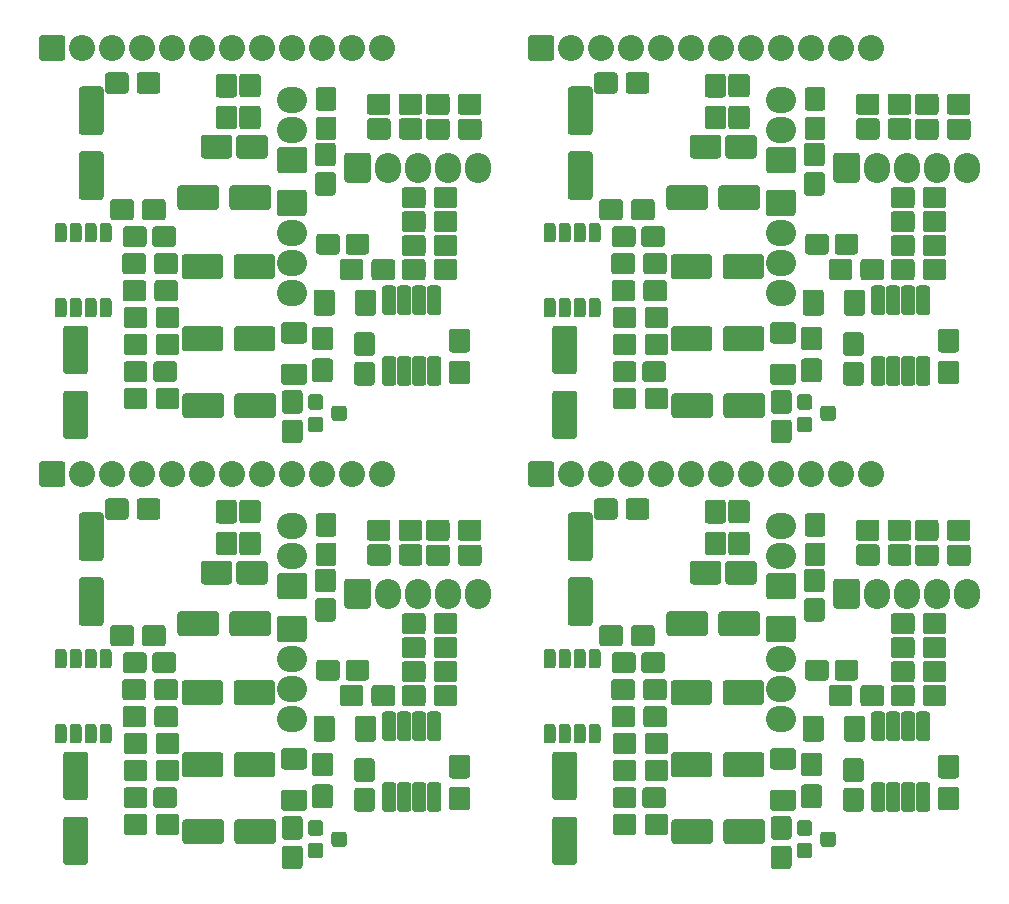
<source format=gbs>
G04 #@! TF.GenerationSoftware,KiCad,Pcbnew,5.99.0-unknown-6083c08~88~ubuntu18.04.1*
G04 #@! TF.CreationDate,2021-04-28T16:00:33+02:00*
G04 #@! TF.ProjectId,vwcdpic_with_BT_panel,76776364-7069-4635-9f77-6974685f4254,rev?*
G04 #@! TF.SameCoordinates,Original*
G04 #@! TF.FileFunction,Soldermask,Bot*
G04 #@! TF.FilePolarity,Negative*
%FSLAX46Y46*%
G04 Gerber Fmt 4.6, Leading zero omitted, Abs format (unit mm)*
G04 Created by KiCad (PCBNEW 5.99.0-unknown-6083c08~88~ubuntu18.04.1) date 2021-04-28 16:00:33*
%MOMM*%
%LPD*%
G01*
G04 APERTURE LIST*
%ADD10O,2.540000X2.235200*%
%ADD11O,2.208000X2.208000*%
%ADD12O,2.235200X2.540000*%
G04 APERTURE END LIST*
G36*
G01*
X155592000Y-130518000D02*
X155592000Y-132118000D01*
G75*
G02*
X155338000Y-132372000I-254000J0D01*
G01*
X152338000Y-132372000D01*
G75*
G02*
X152084000Y-132118000I0J254000D01*
G01*
X152084000Y-130518000D01*
G75*
G02*
X152338000Y-130264000I254000J0D01*
G01*
X155338000Y-130264000D01*
G75*
G02*
X155592000Y-130518000I0J-254000D01*
G01*
G37*
G36*
G01*
X151192000Y-130518000D02*
X151192000Y-132118000D01*
G75*
G02*
X150938000Y-132372000I-254000J0D01*
G01*
X147938000Y-132372000D01*
G75*
G02*
X147684000Y-132118000I0J254000D01*
G01*
X147684000Y-130518000D01*
G75*
G02*
X147938000Y-130264000I254000J0D01*
G01*
X150938000Y-130264000D01*
G75*
G02*
X151192000Y-130518000I0J-254000D01*
G01*
G37*
G36*
G01*
X155702000Y-120688100D02*
X155702000Y-118960900D01*
G75*
G02*
X155956000Y-118706900I254000J0D01*
G01*
X157988000Y-118706900D01*
G75*
G02*
X158242000Y-118960900I0J-254000D01*
G01*
X158242000Y-120688100D01*
G75*
G02*
X157988000Y-120942100I-254000J0D01*
G01*
X155956000Y-120942100D01*
G75*
G02*
X155702000Y-120688100I0J254000D01*
G01*
G37*
D10*
X156972000Y-122364500D03*
X156972000Y-124904500D03*
X156972000Y-127444500D03*
G36*
G01*
X161044000Y-122692000D02*
X161044000Y-123942000D01*
G75*
G02*
X160790000Y-124196000I-254000J0D01*
G01*
X159290000Y-124196000D01*
G75*
G02*
X159036000Y-123942000I0J254000D01*
G01*
X159036000Y-122692000D01*
G75*
G02*
X159290000Y-122438000I254000J0D01*
G01*
X160790000Y-122438000D01*
G75*
G02*
X161044000Y-122692000I0J-254000D01*
G01*
G37*
G36*
G01*
X163544000Y-122692000D02*
X163544000Y-123942000D01*
G75*
G02*
X163290000Y-124196000I-254000J0D01*
G01*
X161790000Y-124196000D01*
G75*
G02*
X161536000Y-123942000I0J254000D01*
G01*
X161536000Y-122692000D01*
G75*
G02*
X161790000Y-122438000I254000J0D01*
G01*
X163290000Y-122438000D01*
G75*
G02*
X163544000Y-122692000I0J-254000D01*
G01*
G37*
G36*
G01*
X164623000Y-135064000D02*
X164623000Y-133064000D01*
G75*
G02*
X164877000Y-132810000I254000J0D01*
G01*
X165577000Y-132810000D01*
G75*
G02*
X165831000Y-133064000I0J-254000D01*
G01*
X165831000Y-135064000D01*
G75*
G02*
X165577000Y-135318000I-254000J0D01*
G01*
X164877000Y-135318000D01*
G75*
G02*
X164623000Y-135064000I0J254000D01*
G01*
G37*
G36*
G01*
X164623000Y-129064000D02*
X164623000Y-127064000D01*
G75*
G02*
X164877000Y-126810000I254000J0D01*
G01*
X165577000Y-126810000D01*
G75*
G02*
X165831000Y-127064000I0J-254000D01*
G01*
X165831000Y-129064000D01*
G75*
G02*
X165577000Y-129318000I-254000J0D01*
G01*
X164877000Y-129318000D01*
G75*
G02*
X164623000Y-129064000I0J254000D01*
G01*
G37*
G36*
G01*
X165893000Y-135064000D02*
X165893000Y-133064000D01*
G75*
G02*
X166147000Y-132810000I254000J0D01*
G01*
X166847000Y-132810000D01*
G75*
G02*
X167101000Y-133064000I0J-254000D01*
G01*
X167101000Y-135064000D01*
G75*
G02*
X166847000Y-135318000I-254000J0D01*
G01*
X166147000Y-135318000D01*
G75*
G02*
X165893000Y-135064000I0J254000D01*
G01*
G37*
G36*
G01*
X167163000Y-135064000D02*
X167163000Y-133064000D01*
G75*
G02*
X167417000Y-132810000I254000J0D01*
G01*
X168117000Y-132810000D01*
G75*
G02*
X168371000Y-133064000I0J-254000D01*
G01*
X168371000Y-135064000D01*
G75*
G02*
X168117000Y-135318000I-254000J0D01*
G01*
X167417000Y-135318000D01*
G75*
G02*
X167163000Y-135064000I0J254000D01*
G01*
G37*
G36*
G01*
X168433000Y-135064000D02*
X168433000Y-133064000D01*
G75*
G02*
X168687000Y-132810000I254000J0D01*
G01*
X169387000Y-132810000D01*
G75*
G02*
X169641000Y-133064000I0J-254000D01*
G01*
X169641000Y-135064000D01*
G75*
G02*
X169387000Y-135318000I-254000J0D01*
G01*
X168687000Y-135318000D01*
G75*
G02*
X168433000Y-135064000I0J254000D01*
G01*
G37*
G36*
G01*
X165893000Y-129064000D02*
X165893000Y-127064000D01*
G75*
G02*
X166147000Y-126810000I254000J0D01*
G01*
X166847000Y-126810000D01*
G75*
G02*
X167101000Y-127064000I0J-254000D01*
G01*
X167101000Y-129064000D01*
G75*
G02*
X166847000Y-129318000I-254000J0D01*
G01*
X166147000Y-129318000D01*
G75*
G02*
X165893000Y-129064000I0J254000D01*
G01*
G37*
G36*
G01*
X167163000Y-129064000D02*
X167163000Y-127064000D01*
G75*
G02*
X167417000Y-126810000I254000J0D01*
G01*
X168117000Y-126810000D01*
G75*
G02*
X168371000Y-127064000I0J-254000D01*
G01*
X168371000Y-129064000D01*
G75*
G02*
X168117000Y-129318000I-254000J0D01*
G01*
X167417000Y-129318000D01*
G75*
G02*
X167163000Y-129064000I0J254000D01*
G01*
G37*
G36*
G01*
X168433000Y-129064000D02*
X168433000Y-127064000D01*
G75*
G02*
X168687000Y-126810000I254000J0D01*
G01*
X169387000Y-126810000D01*
G75*
G02*
X169641000Y-127064000I0J-254000D01*
G01*
X169641000Y-129064000D01*
G75*
G02*
X169387000Y-129318000I-254000J0D01*
G01*
X168687000Y-129318000D01*
G75*
G02*
X168433000Y-129064000I0J254000D01*
G01*
G37*
G36*
G01*
X150811000Y-118580000D02*
X150811000Y-120180000D01*
G75*
G02*
X150557000Y-120434000I-254000J0D01*
G01*
X147557000Y-120434000D01*
G75*
G02*
X147303000Y-120180000I0J254000D01*
G01*
X147303000Y-118580000D01*
G75*
G02*
X147557000Y-118326000I254000J0D01*
G01*
X150557000Y-118326000D01*
G75*
G02*
X150811000Y-118580000I0J-254000D01*
G01*
G37*
G36*
G01*
X155211000Y-118580000D02*
X155211000Y-120180000D01*
G75*
G02*
X154957000Y-120434000I-254000J0D01*
G01*
X151957000Y-120434000D01*
G75*
G02*
X151703000Y-120180000I0J254000D01*
G01*
X151703000Y-118580000D01*
G75*
G02*
X151957000Y-118326000I254000J0D01*
G01*
X154957000Y-118326000D01*
G75*
G02*
X155211000Y-118580000I0J-254000D01*
G01*
G37*
G36*
G01*
X168310000Y-118730000D02*
X168310000Y-120030000D01*
G75*
G02*
X168056000Y-120284000I-254000J0D01*
G01*
X166556000Y-120284000D01*
G75*
G02*
X166302000Y-120030000I0J254000D01*
G01*
X166302000Y-118730000D01*
G75*
G02*
X166556000Y-118476000I254000J0D01*
G01*
X168056000Y-118476000D01*
G75*
G02*
X168310000Y-118730000I0J-254000D01*
G01*
G37*
G36*
G01*
X171010000Y-118730000D02*
X171010000Y-120030000D01*
G75*
G02*
X170756000Y-120284000I-254000J0D01*
G01*
X169256000Y-120284000D01*
G75*
G02*
X169002000Y-120030000I0J254000D01*
G01*
X169002000Y-118730000D01*
G75*
G02*
X169256000Y-118476000I254000J0D01*
G01*
X170756000Y-118476000D01*
G75*
G02*
X171010000Y-118730000I0J-254000D01*
G01*
G37*
G36*
G01*
X171846000Y-132496000D02*
X170546000Y-132496000D01*
G75*
G02*
X170292000Y-132242000I0J254000D01*
G01*
X170292000Y-130742000D01*
G75*
G02*
X170546000Y-130488000I254000J0D01*
G01*
X171846000Y-130488000D01*
G75*
G02*
X172100000Y-130742000I0J-254000D01*
G01*
X172100000Y-132242000D01*
G75*
G02*
X171846000Y-132496000I-254000J0D01*
G01*
G37*
G36*
G01*
X171846000Y-135196000D02*
X170546000Y-135196000D01*
G75*
G02*
X170292000Y-134942000I0J254000D01*
G01*
X170292000Y-133442000D01*
G75*
G02*
X170546000Y-133188000I254000J0D01*
G01*
X171846000Y-133188000D01*
G75*
G02*
X172100000Y-133442000I0J-254000D01*
G01*
X172100000Y-134942000D01*
G75*
G02*
X171846000Y-135196000I-254000J0D01*
G01*
G37*
G36*
G01*
X170340720Y-110825520D02*
X170340720Y-112125520D01*
G75*
G02*
X170086720Y-112379520I-254000J0D01*
G01*
X168586720Y-112379520D01*
G75*
G02*
X168332720Y-112125520I0J254000D01*
G01*
X168332720Y-110825520D01*
G75*
G02*
X168586720Y-110571520I254000J0D01*
G01*
X170086720Y-110571520D01*
G75*
G02*
X170340720Y-110825520I0J-254000D01*
G01*
G37*
G36*
G01*
X173040720Y-110825520D02*
X173040720Y-112125520D01*
G75*
G02*
X172786720Y-112379520I-254000J0D01*
G01*
X171286720Y-112379520D01*
G75*
G02*
X171032720Y-112125520I0J254000D01*
G01*
X171032720Y-110825520D01*
G75*
G02*
X171286720Y-110571520I254000J0D01*
G01*
X172786720Y-110571520D01*
G75*
G02*
X173040720Y-110825520I0J-254000D01*
G01*
G37*
G36*
G01*
X156397800Y-138168000D02*
X157647800Y-138168000D01*
G75*
G02*
X157901800Y-138422000I0J-254000D01*
G01*
X157901800Y-139922000D01*
G75*
G02*
X157647800Y-140176000I-254000J0D01*
G01*
X156397800Y-140176000D01*
G75*
G02*
X156143800Y-139922000I0J254000D01*
G01*
X156143800Y-138422000D01*
G75*
G02*
X156397800Y-138168000I254000J0D01*
G01*
G37*
G36*
G01*
X156397800Y-135668000D02*
X157647800Y-135668000D01*
G75*
G02*
X157901800Y-135922000I0J-254000D01*
G01*
X157901800Y-137422000D01*
G75*
G02*
X157647800Y-137676000I-254000J0D01*
G01*
X156397800Y-137676000D01*
G75*
G02*
X156143800Y-137422000I0J254000D01*
G01*
X156143800Y-135922000D01*
G75*
G02*
X156397800Y-135668000I254000J0D01*
G01*
G37*
G36*
G01*
X168310000Y-124826000D02*
X168310000Y-126126000D01*
G75*
G02*
X168056000Y-126380000I-254000J0D01*
G01*
X166556000Y-126380000D01*
G75*
G02*
X166302000Y-126126000I0J254000D01*
G01*
X166302000Y-124826000D01*
G75*
G02*
X166556000Y-124572000I254000J0D01*
G01*
X168056000Y-124572000D01*
G75*
G02*
X168310000Y-124826000I0J-254000D01*
G01*
G37*
G36*
G01*
X171010000Y-124826000D02*
X171010000Y-126126000D01*
G75*
G02*
X170756000Y-126380000I-254000J0D01*
G01*
X169256000Y-126380000D01*
G75*
G02*
X169002000Y-126126000I0J254000D01*
G01*
X169002000Y-124826000D01*
G75*
G02*
X169256000Y-124572000I254000J0D01*
G01*
X170756000Y-124572000D01*
G75*
G02*
X171010000Y-124826000I0J-254000D01*
G01*
G37*
G36*
G01*
X144768000Y-135748000D02*
X144768000Y-137048000D01*
G75*
G02*
X144514000Y-137302000I-254000J0D01*
G01*
X143014000Y-137302000D01*
G75*
G02*
X142760000Y-137048000I0J254000D01*
G01*
X142760000Y-135748000D01*
G75*
G02*
X143014000Y-135494000I254000J0D01*
G01*
X144514000Y-135494000D01*
G75*
G02*
X144768000Y-135748000I0J-254000D01*
G01*
G37*
G36*
G01*
X147468000Y-135748000D02*
X147468000Y-137048000D01*
G75*
G02*
X147214000Y-137302000I-254000J0D01*
G01*
X145714000Y-137302000D01*
G75*
G02*
X145460000Y-137048000I0J254000D01*
G01*
X145460000Y-135748000D01*
G75*
G02*
X145714000Y-135494000I254000J0D01*
G01*
X147214000Y-135494000D01*
G75*
G02*
X147468000Y-135748000I0J-254000D01*
G01*
G37*
G36*
G01*
X159396430Y-139236490D02*
X158596330Y-139236490D01*
G75*
G02*
X158342330Y-138982490I0J254000D01*
G01*
X158342330Y-138182390D01*
G75*
G02*
X158596330Y-137928390I254000J0D01*
G01*
X159396430Y-137928390D01*
G75*
G02*
X159650430Y-138182390I0J-254000D01*
G01*
X159650430Y-138982490D01*
G75*
G02*
X159396430Y-139236490I-254000J0D01*
G01*
G37*
G36*
G01*
X159396430Y-137336490D02*
X158596330Y-137336490D01*
G75*
G02*
X158342330Y-137082490I0J254000D01*
G01*
X158342330Y-136282390D01*
G75*
G02*
X158596330Y-136028390I254000J0D01*
G01*
X159396430Y-136028390D01*
G75*
G02*
X159650430Y-136282390I0J-254000D01*
G01*
X159650430Y-137082490D01*
G75*
G02*
X159396430Y-137336490I-254000J0D01*
G01*
G37*
G36*
G01*
X161395410Y-138286490D02*
X160595310Y-138286490D01*
G75*
G02*
X160341310Y-138032490I0J254000D01*
G01*
X160341310Y-137232390D01*
G75*
G02*
X160595310Y-136978390I254000J0D01*
G01*
X161395410Y-136978390D01*
G75*
G02*
X161649410Y-137232390I0J-254000D01*
G01*
X161649410Y-138032490D01*
G75*
G02*
X161395410Y-138286490I-254000J0D01*
G01*
G37*
G36*
G01*
X155566600Y-124422000D02*
X155566600Y-126022000D01*
G75*
G02*
X155312600Y-126276000I-254000J0D01*
G01*
X152312600Y-126276000D01*
G75*
G02*
X152058600Y-126022000I0J254000D01*
G01*
X152058600Y-124422000D01*
G75*
G02*
X152312600Y-124168000I254000J0D01*
G01*
X155312600Y-124168000D01*
G75*
G02*
X155566600Y-124422000I0J-254000D01*
G01*
G37*
G36*
G01*
X151166600Y-124422000D02*
X151166600Y-126022000D01*
G75*
G02*
X150912600Y-126276000I-254000J0D01*
G01*
X147912600Y-126276000D01*
G75*
G02*
X147658600Y-126022000I0J254000D01*
G01*
X147658600Y-124422000D01*
G75*
G02*
X147912600Y-124168000I254000J0D01*
G01*
X150912600Y-124168000D01*
G75*
G02*
X151166600Y-124422000I0J-254000D01*
G01*
G37*
G36*
G01*
X154093440Y-110895840D02*
X152793440Y-110895840D01*
G75*
G02*
X152539440Y-110641840I0J254000D01*
G01*
X152539440Y-109141840D01*
G75*
G02*
X152793440Y-108887840I254000J0D01*
G01*
X154093440Y-108887840D01*
G75*
G02*
X154347440Y-109141840I0J-254000D01*
G01*
X154347440Y-110641840D01*
G75*
G02*
X154093440Y-110895840I-254000J0D01*
G01*
G37*
G36*
G01*
X154093440Y-113595840D02*
X152793440Y-113595840D01*
G75*
G02*
X152539440Y-113341840I0J254000D01*
G01*
X152539440Y-111841840D01*
G75*
G02*
X152793440Y-111587840I254000J0D01*
G01*
X154093440Y-111587840D01*
G75*
G02*
X154347440Y-111841840I0J-254000D01*
G01*
X154347440Y-113341840D01*
G75*
G02*
X154093440Y-113595840I-254000J0D01*
G01*
G37*
G36*
G01*
X160454500Y-116721000D02*
X159204500Y-116721000D01*
G75*
G02*
X158950500Y-116467000I0J254000D01*
G01*
X158950500Y-114967000D01*
G75*
G02*
X159204500Y-114713000I254000J0D01*
G01*
X160454500Y-114713000D01*
G75*
G02*
X160708500Y-114967000I0J-254000D01*
G01*
X160708500Y-116467000D01*
G75*
G02*
X160454500Y-116721000I-254000J0D01*
G01*
G37*
G36*
G01*
X160454500Y-119221000D02*
X159204500Y-119221000D01*
G75*
G02*
X158950500Y-118967000I0J254000D01*
G01*
X158950500Y-117467000D01*
G75*
G02*
X159204500Y-117213000I254000J0D01*
G01*
X160454500Y-117213000D01*
G75*
G02*
X160708500Y-117467000I0J-254000D01*
G01*
X160708500Y-118967000D01*
G75*
G02*
X160454500Y-119221000I-254000J0D01*
G01*
G37*
G36*
G01*
X139204700Y-109960410D02*
X140804900Y-109960410D01*
G75*
G02*
X141058900Y-110214410I0J-254000D01*
G01*
X141058900Y-113813590D01*
G75*
G02*
X140804900Y-114067590I-254000J0D01*
G01*
X139204700Y-114067590D01*
G75*
G02*
X138950700Y-113813590I0J254000D01*
G01*
X138950700Y-110214410D01*
G75*
G02*
X139204700Y-109960410I254000J0D01*
G01*
G37*
G36*
G01*
X139204700Y-115462050D02*
X140804900Y-115462050D01*
G75*
G02*
X141058900Y-115716050I0J-254000D01*
G01*
X141058900Y-119315230D01*
G75*
G02*
X140804900Y-119569230I-254000J0D01*
G01*
X139204700Y-119569230D01*
G75*
G02*
X138950700Y-119315230I0J254000D01*
G01*
X138950700Y-115716050D01*
G75*
G02*
X139204700Y-115462050I254000J0D01*
G01*
G37*
G36*
G01*
X144637200Y-124318000D02*
X144637200Y-125618000D01*
G75*
G02*
X144383200Y-125872000I-254000J0D01*
G01*
X142883200Y-125872000D01*
G75*
G02*
X142629200Y-125618000I0J254000D01*
G01*
X142629200Y-124318000D01*
G75*
G02*
X142883200Y-124064000I254000J0D01*
G01*
X144383200Y-124064000D01*
G75*
G02*
X144637200Y-124318000I0J-254000D01*
G01*
G37*
G36*
G01*
X147337200Y-124318000D02*
X147337200Y-125618000D01*
G75*
G02*
X147083200Y-125872000I-254000J0D01*
G01*
X145583200Y-125872000D01*
G75*
G02*
X145329200Y-125618000I0J254000D01*
G01*
X145329200Y-124318000D01*
G75*
G02*
X145583200Y-124064000I254000J0D01*
G01*
X147083200Y-124064000D01*
G75*
G02*
X147337200Y-124318000I0J-254000D01*
G01*
G37*
G36*
G01*
X163731500Y-126126000D02*
X163731500Y-124826000D01*
G75*
G02*
X163985500Y-124572000I254000J0D01*
G01*
X165485500Y-124572000D01*
G75*
G02*
X165739500Y-124826000I0J-254000D01*
G01*
X165739500Y-126126000D01*
G75*
G02*
X165485500Y-126380000I-254000J0D01*
G01*
X163985500Y-126380000D01*
G75*
G02*
X163731500Y-126126000I0J254000D01*
G01*
G37*
G36*
G01*
X161031500Y-126126000D02*
X161031500Y-124826000D01*
G75*
G02*
X161285500Y-124572000I254000J0D01*
G01*
X162785500Y-124572000D01*
G75*
G02*
X163039500Y-124826000I0J-254000D01*
G01*
X163039500Y-126126000D01*
G75*
G02*
X162785500Y-126380000I-254000J0D01*
G01*
X161285500Y-126380000D01*
G75*
G02*
X161031500Y-126126000I0J254000D01*
G01*
G37*
G36*
G01*
X158020120Y-131731840D02*
X156320120Y-131731840D01*
G75*
G02*
X156066120Y-131477840I0J254000D01*
G01*
X156066120Y-130177840D01*
G75*
G02*
X156320120Y-129923840I254000J0D01*
G01*
X158020120Y-129923840D01*
G75*
G02*
X158274120Y-130177840I0J-254000D01*
G01*
X158274120Y-131477840D01*
G75*
G02*
X158020120Y-131731840I-254000J0D01*
G01*
G37*
G36*
G01*
X158020120Y-135231840D02*
X156320120Y-135231840D01*
G75*
G02*
X156066120Y-134977840I0J254000D01*
G01*
X156066120Y-133677840D01*
G75*
G02*
X156320120Y-133423840I254000J0D01*
G01*
X158020120Y-133423840D01*
G75*
G02*
X158274120Y-133677840I0J-254000D01*
G01*
X158274120Y-134977840D01*
G75*
G02*
X158020120Y-135231840I-254000J0D01*
G01*
G37*
G36*
G01*
X143608500Y-119746000D02*
X143608500Y-121046000D01*
G75*
G02*
X143354500Y-121300000I-254000J0D01*
G01*
X141854500Y-121300000D01*
G75*
G02*
X141600500Y-121046000I0J254000D01*
G01*
X141600500Y-119746000D01*
G75*
G02*
X141854500Y-119492000I254000J0D01*
G01*
X143354500Y-119492000D01*
G75*
G02*
X143608500Y-119746000I0J-254000D01*
G01*
G37*
G36*
G01*
X146308500Y-119746000D02*
X146308500Y-121046000D01*
G75*
G02*
X146054500Y-121300000I-254000J0D01*
G01*
X144554500Y-121300000D01*
G75*
G02*
X144300500Y-121046000I0J254000D01*
G01*
X144300500Y-119746000D01*
G75*
G02*
X144554500Y-119492000I254000J0D01*
G01*
X146054500Y-119492000D01*
G75*
G02*
X146308500Y-119746000I0J-254000D01*
G01*
G37*
G36*
G01*
X139484100Y-139820650D02*
X137883900Y-139820650D01*
G75*
G02*
X137629900Y-139566650I0J254000D01*
G01*
X137629900Y-135967470D01*
G75*
G02*
X137883900Y-135713470I254000J0D01*
G01*
X139484100Y-135713470D01*
G75*
G02*
X139738100Y-135967470I0J-254000D01*
G01*
X139738100Y-139566650D01*
G75*
G02*
X139484100Y-139820650I-254000J0D01*
G01*
G37*
G36*
G01*
X139484100Y-134319010D02*
X137883900Y-134319010D01*
G75*
G02*
X137629900Y-134065010I0J254000D01*
G01*
X137629900Y-130465830D01*
G75*
G02*
X137883900Y-130211830I254000J0D01*
G01*
X139484100Y-130211830D01*
G75*
G02*
X139738100Y-130465830I0J-254000D01*
G01*
X139738100Y-134065010D01*
G75*
G02*
X139484100Y-134319010I-254000J0D01*
G01*
G37*
G36*
G01*
X145178400Y-123307000D02*
X145178400Y-122057000D01*
G75*
G02*
X145432400Y-121803000I254000J0D01*
G01*
X146932400Y-121803000D01*
G75*
G02*
X147186400Y-122057000I0J-254000D01*
G01*
X147186400Y-123307000D01*
G75*
G02*
X146932400Y-123561000I-254000J0D01*
G01*
X145432400Y-123561000D01*
G75*
G02*
X145178400Y-123307000I0J254000D01*
G01*
G37*
G36*
G01*
X142678400Y-123307000D02*
X142678400Y-122057000D01*
G75*
G02*
X142932400Y-121803000I254000J0D01*
G01*
X144432400Y-121803000D01*
G75*
G02*
X144686400Y-122057000I0J-254000D01*
G01*
X144686400Y-123307000D01*
G75*
G02*
X144432400Y-123561000I-254000J0D01*
G01*
X142932400Y-123561000D01*
G75*
G02*
X142678400Y-123307000I0J254000D01*
G01*
G37*
G36*
G01*
X150797500Y-111598000D02*
X152097500Y-111598000D01*
G75*
G02*
X152351500Y-111852000I0J-254000D01*
G01*
X152351500Y-113352000D01*
G75*
G02*
X152097500Y-113606000I-254000J0D01*
G01*
X150797500Y-113606000D01*
G75*
G02*
X150543500Y-113352000I0J254000D01*
G01*
X150543500Y-111852000D01*
G75*
G02*
X150797500Y-111598000I254000J0D01*
G01*
G37*
G36*
G01*
X150797500Y-108898000D02*
X152097500Y-108898000D01*
G75*
G02*
X152351500Y-109152000I0J-254000D01*
G01*
X152351500Y-110652000D01*
G75*
G02*
X152097500Y-110906000I-254000J0D01*
G01*
X150797500Y-110906000D01*
G75*
G02*
X150543500Y-110652000I0J254000D01*
G01*
X150543500Y-109152000D01*
G75*
G02*
X150797500Y-108898000I254000J0D01*
G01*
G37*
G36*
G01*
X166028920Y-112125520D02*
X166028920Y-110825520D01*
G75*
G02*
X166282920Y-110571520I254000J0D01*
G01*
X167782920Y-110571520D01*
G75*
G02*
X168036920Y-110825520I0J-254000D01*
G01*
X168036920Y-112125520D01*
G75*
G02*
X167782920Y-112379520I-254000J0D01*
G01*
X166282920Y-112379520D01*
G75*
G02*
X166028920Y-112125520I0J254000D01*
G01*
G37*
G36*
G01*
X163328920Y-112125520D02*
X163328920Y-110825520D01*
G75*
G02*
X163582920Y-110571520I254000J0D01*
G01*
X165082920Y-110571520D01*
G75*
G02*
X165336920Y-110825520I0J-254000D01*
G01*
X165336920Y-112125520D01*
G75*
G02*
X165082920Y-112379520I-254000J0D01*
G01*
X163582920Y-112379520D01*
G75*
G02*
X163328920Y-112125520I0J254000D01*
G01*
G37*
G36*
G01*
X163344160Y-114208320D02*
X163344160Y-112908320D01*
G75*
G02*
X163598160Y-112654320I254000J0D01*
G01*
X165098160Y-112654320D01*
G75*
G02*
X165352160Y-112908320I0J-254000D01*
G01*
X165352160Y-114208320D01*
G75*
G02*
X165098160Y-114462320I-254000J0D01*
G01*
X163598160Y-114462320D01*
G75*
G02*
X163344160Y-114208320I0J254000D01*
G01*
G37*
G36*
G01*
X166044160Y-114208320D02*
X166044160Y-112908320D01*
G75*
G02*
X166298160Y-112654320I254000J0D01*
G01*
X167798160Y-112654320D01*
G75*
G02*
X168052160Y-112908320I0J-254000D01*
G01*
X168052160Y-114208320D01*
G75*
G02*
X167798160Y-114462320I-254000J0D01*
G01*
X166298160Y-114462320D01*
G75*
G02*
X166044160Y-114208320I0J254000D01*
G01*
G37*
G36*
G01*
X173061040Y-112933720D02*
X173061040Y-114233720D01*
G75*
G02*
X172807040Y-114487720I-254000J0D01*
G01*
X171307040Y-114487720D01*
G75*
G02*
X171053040Y-114233720I0J254000D01*
G01*
X171053040Y-112933720D01*
G75*
G02*
X171307040Y-112679720I254000J0D01*
G01*
X172807040Y-112679720D01*
G75*
G02*
X173061040Y-112933720I0J-254000D01*
G01*
G37*
G36*
G01*
X170361040Y-112933720D02*
X170361040Y-114233720D01*
G75*
G02*
X170107040Y-114487720I-254000J0D01*
G01*
X168607040Y-114487720D01*
G75*
G02*
X168353040Y-114233720I0J254000D01*
G01*
X168353040Y-112933720D01*
G75*
G02*
X168607040Y-112679720I254000J0D01*
G01*
X170107040Y-112679720D01*
G75*
G02*
X170361040Y-112933720I0J-254000D01*
G01*
G37*
G36*
G01*
X160228040Y-135000420D02*
X158928040Y-135000420D01*
G75*
G02*
X158674040Y-134746420I0J254000D01*
G01*
X158674040Y-133246420D01*
G75*
G02*
X158928040Y-132992420I254000J0D01*
G01*
X160228040Y-132992420D01*
G75*
G02*
X160482040Y-133246420I0J-254000D01*
G01*
X160482040Y-134746420D01*
G75*
G02*
X160228040Y-135000420I-254000J0D01*
G01*
G37*
G36*
G01*
X160228040Y-132300420D02*
X158928040Y-132300420D01*
G75*
G02*
X158674040Y-132046420I0J254000D01*
G01*
X158674040Y-130546420D01*
G75*
G02*
X158928040Y-130292420I254000J0D01*
G01*
X160228040Y-130292420D01*
G75*
G02*
X160482040Y-130546420I0J-254000D01*
G01*
X160482040Y-132046420D01*
G75*
G02*
X160228040Y-132300420I-254000J0D01*
G01*
G37*
G36*
G01*
X143164000Y-109027200D02*
X143164000Y-110327200D01*
G75*
G02*
X142910000Y-110581200I-254000J0D01*
G01*
X141410000Y-110581200D01*
G75*
G02*
X141156000Y-110327200I0J254000D01*
G01*
X141156000Y-109027200D01*
G75*
G02*
X141410000Y-108773200I254000J0D01*
G01*
X142910000Y-108773200D01*
G75*
G02*
X143164000Y-109027200I0J-254000D01*
G01*
G37*
G36*
G01*
X145864000Y-109027200D02*
X145864000Y-110327200D01*
G75*
G02*
X145610000Y-110581200I-254000J0D01*
G01*
X144110000Y-110581200D01*
G75*
G02*
X143856000Y-110327200I0J254000D01*
G01*
X143856000Y-109027200D01*
G75*
G02*
X144110000Y-108773200I254000J0D01*
G01*
X145610000Y-108773200D01*
G75*
G02*
X145864000Y-109027200I0J-254000D01*
G01*
G37*
G36*
G01*
X159268000Y-112514000D02*
X160518000Y-112514000D01*
G75*
G02*
X160772000Y-112768000I0J-254000D01*
G01*
X160772000Y-114268000D01*
G75*
G02*
X160518000Y-114522000I-254000J0D01*
G01*
X159268000Y-114522000D01*
G75*
G02*
X159014000Y-114268000I0J254000D01*
G01*
X159014000Y-112768000D01*
G75*
G02*
X159268000Y-112514000I254000J0D01*
G01*
G37*
G36*
G01*
X159268000Y-110014000D02*
X160518000Y-110014000D01*
G75*
G02*
X160772000Y-110268000I0J-254000D01*
G01*
X160772000Y-111768000D01*
G75*
G02*
X160518000Y-112022000I-254000J0D01*
G01*
X159268000Y-112022000D01*
G75*
G02*
X159014000Y-111768000I0J254000D01*
G01*
X159014000Y-110268000D01*
G75*
G02*
X159268000Y-110014000I254000J0D01*
G01*
G37*
G36*
G01*
X135842640Y-105606480D02*
X137542640Y-105606480D01*
G75*
G02*
X137796640Y-105860480I0J-254000D01*
G01*
X137796640Y-107560480D01*
G75*
G02*
X137542640Y-107814480I-254000J0D01*
G01*
X135842640Y-107814480D01*
G75*
G02*
X135588640Y-107560480I0J254000D01*
G01*
X135588640Y-105860480D01*
G75*
G02*
X135842640Y-105606480I254000J0D01*
G01*
G37*
D11*
X139232640Y-106710480D03*
X141772640Y-106710480D03*
X144312640Y-106710480D03*
X146852640Y-106710480D03*
X149392640Y-106710480D03*
X151932640Y-106710480D03*
X154472640Y-106710480D03*
X157012640Y-106710480D03*
X159552640Y-106710480D03*
X162092640Y-106710480D03*
X164632640Y-106710480D03*
G36*
G01*
X144768000Y-131176000D02*
X144768000Y-132476000D01*
G75*
G02*
X144514000Y-132730000I-254000J0D01*
G01*
X143014000Y-132730000D01*
G75*
G02*
X142760000Y-132476000I0J254000D01*
G01*
X142760000Y-131176000D01*
G75*
G02*
X143014000Y-130922000I254000J0D01*
G01*
X144514000Y-130922000D01*
G75*
G02*
X144768000Y-131176000I0J-254000D01*
G01*
G37*
G36*
G01*
X147468000Y-131176000D02*
X147468000Y-132476000D01*
G75*
G02*
X147214000Y-132730000I-254000J0D01*
G01*
X145714000Y-132730000D01*
G75*
G02*
X145460000Y-132476000I0J254000D01*
G01*
X145460000Y-131176000D01*
G75*
G02*
X145714000Y-130922000I254000J0D01*
G01*
X147214000Y-130922000D01*
G75*
G02*
X147468000Y-131176000I0J-254000D01*
G01*
G37*
G36*
G01*
X145260000Y-134737000D02*
X145260000Y-133487000D01*
G75*
G02*
X145514000Y-133233000I254000J0D01*
G01*
X147014000Y-133233000D01*
G75*
G02*
X147268000Y-133487000I0J-254000D01*
G01*
X147268000Y-134737000D01*
G75*
G02*
X147014000Y-134991000I-254000J0D01*
G01*
X145514000Y-134991000D01*
G75*
G02*
X145260000Y-134737000I0J254000D01*
G01*
G37*
G36*
G01*
X142760000Y-134737000D02*
X142760000Y-133487000D01*
G75*
G02*
X143014000Y-133233000I254000J0D01*
G01*
X144514000Y-133233000D01*
G75*
G02*
X144768000Y-133487000I0J-254000D01*
G01*
X144768000Y-134737000D01*
G75*
G02*
X144514000Y-134991000I-254000J0D01*
G01*
X143014000Y-134991000D01*
G75*
G02*
X142760000Y-134737000I0J254000D01*
G01*
G37*
G36*
G01*
X155632640Y-136187280D02*
X155632640Y-137787280D01*
G75*
G02*
X155378640Y-138041280I-254000J0D01*
G01*
X152378640Y-138041280D01*
G75*
G02*
X152124640Y-137787280I0J254000D01*
G01*
X152124640Y-136187280D01*
G75*
G02*
X152378640Y-135933280I254000J0D01*
G01*
X155378640Y-135933280D01*
G75*
G02*
X155632640Y-136187280I0J-254000D01*
G01*
G37*
G36*
G01*
X151232640Y-136187280D02*
X151232640Y-137787280D01*
G75*
G02*
X150978640Y-138041280I-254000J0D01*
G01*
X147978640Y-138041280D01*
G75*
G02*
X147724640Y-137787280I0J254000D01*
G01*
X147724640Y-136187280D01*
G75*
G02*
X147978640Y-135933280I254000J0D01*
G01*
X150978640Y-135933280D01*
G75*
G02*
X151232640Y-136187280I0J-254000D01*
G01*
G37*
G36*
G01*
X161696400Y-115570000D02*
X163423600Y-115570000D01*
G75*
G02*
X163677600Y-115824000I0J-254000D01*
G01*
X163677600Y-117856000D01*
G75*
G02*
X163423600Y-118110000I-254000J0D01*
G01*
X161696400Y-118110000D01*
G75*
G02*
X161442400Y-117856000I0J254000D01*
G01*
X161442400Y-115824000D01*
G75*
G02*
X161696400Y-115570000I254000J0D01*
G01*
G37*
D12*
X165100000Y-116840000D03*
X167640000Y-116840000D03*
X170180000Y-116840000D03*
X172720000Y-116840000D03*
G36*
G01*
X145354600Y-127904000D02*
X145354600Y-126604000D01*
G75*
G02*
X145608600Y-126350000I254000J0D01*
G01*
X147108600Y-126350000D01*
G75*
G02*
X147362600Y-126604000I0J-254000D01*
G01*
X147362600Y-127904000D01*
G75*
G02*
X147108600Y-128158000I-254000J0D01*
G01*
X145608600Y-128158000D01*
G75*
G02*
X145354600Y-127904000I0J254000D01*
G01*
G37*
G36*
G01*
X142654600Y-127904000D02*
X142654600Y-126604000D01*
G75*
G02*
X142908600Y-126350000I254000J0D01*
G01*
X144408600Y-126350000D01*
G75*
G02*
X144662600Y-126604000I0J-254000D01*
G01*
X144662600Y-127904000D01*
G75*
G02*
X144408600Y-128158000I-254000J0D01*
G01*
X142908600Y-128158000D01*
G75*
G02*
X142654600Y-127904000I0J254000D01*
G01*
G37*
G36*
G01*
X141732000Y-128120140D02*
X141732000Y-129263140D01*
G75*
G02*
X141478000Y-129517140I-254000J0D01*
G01*
X140970000Y-129517140D01*
G75*
G02*
X140716000Y-129263140I0J254000D01*
G01*
X140716000Y-128120140D01*
G75*
G02*
X140970000Y-127866140I254000J0D01*
G01*
X141478000Y-127866140D01*
G75*
G02*
X141732000Y-128120140I0J-254000D01*
G01*
G37*
G36*
G01*
X140462000Y-128120140D02*
X140462000Y-129263140D01*
G75*
G02*
X140208000Y-129517140I-254000J0D01*
G01*
X139700000Y-129517140D01*
G75*
G02*
X139446000Y-129263140I0J254000D01*
G01*
X139446000Y-128120140D01*
G75*
G02*
X139700000Y-127866140I254000J0D01*
G01*
X140208000Y-127866140D01*
G75*
G02*
X140462000Y-128120140I0J-254000D01*
G01*
G37*
G36*
G01*
X139192000Y-128120140D02*
X139192000Y-129263140D01*
G75*
G02*
X138938000Y-129517140I-254000J0D01*
G01*
X138430000Y-129517140D01*
G75*
G02*
X138176000Y-129263140I0J254000D01*
G01*
X138176000Y-128120140D01*
G75*
G02*
X138430000Y-127866140I254000J0D01*
G01*
X138938000Y-127866140D01*
G75*
G02*
X139192000Y-128120140I0J-254000D01*
G01*
G37*
G36*
G01*
X137922000Y-128120140D02*
X137922000Y-129263140D01*
G75*
G02*
X137668000Y-129517140I-254000J0D01*
G01*
X137160000Y-129517140D01*
G75*
G02*
X136906000Y-129263140I0J254000D01*
G01*
X136906000Y-128120140D01*
G75*
G02*
X137160000Y-127866140I254000J0D01*
G01*
X137668000Y-127866140D01*
G75*
G02*
X137922000Y-128120140I0J-254000D01*
G01*
G37*
G36*
G01*
X137922000Y-121770140D02*
X137922000Y-122913140D01*
G75*
G02*
X137668000Y-123167140I-254000J0D01*
G01*
X137160000Y-123167140D01*
G75*
G02*
X136906000Y-122913140I0J254000D01*
G01*
X136906000Y-121770140D01*
G75*
G02*
X137160000Y-121516140I254000J0D01*
G01*
X137668000Y-121516140D01*
G75*
G02*
X137922000Y-121770140I0J-254000D01*
G01*
G37*
G36*
G01*
X139192000Y-121770140D02*
X139192000Y-122913140D01*
G75*
G02*
X138938000Y-123167140I-254000J0D01*
G01*
X138430000Y-123167140D01*
G75*
G02*
X138176000Y-122913140I0J254000D01*
G01*
X138176000Y-121770140D01*
G75*
G02*
X138430000Y-121516140I254000J0D01*
G01*
X138938000Y-121516140D01*
G75*
G02*
X139192000Y-121770140I0J-254000D01*
G01*
G37*
G36*
G01*
X140462000Y-121770140D02*
X140462000Y-122913140D01*
G75*
G02*
X140208000Y-123167140I-254000J0D01*
G01*
X139700000Y-123167140D01*
G75*
G02*
X139446000Y-122913140I0J254000D01*
G01*
X139446000Y-121770140D01*
G75*
G02*
X139700000Y-121516140I254000J0D01*
G01*
X140208000Y-121516140D01*
G75*
G02*
X140462000Y-121770140I0J-254000D01*
G01*
G37*
G36*
G01*
X141732000Y-121770140D02*
X141732000Y-122913140D01*
G75*
G02*
X141478000Y-123167140I-254000J0D01*
G01*
X140970000Y-123167140D01*
G75*
G02*
X140716000Y-122913140I0J254000D01*
G01*
X140716000Y-121770140D01*
G75*
G02*
X140970000Y-121516140I254000J0D01*
G01*
X141478000Y-121516140D01*
G75*
G02*
X141732000Y-121770140I0J-254000D01*
G01*
G37*
G36*
G01*
X158294000Y-115332400D02*
X158294000Y-117059600D01*
G75*
G02*
X158040000Y-117313600I-254000J0D01*
G01*
X156008000Y-117313600D01*
G75*
G02*
X155754000Y-117059600I0J254000D01*
G01*
X155754000Y-115332400D01*
G75*
G02*
X156008000Y-115078400I254000J0D01*
G01*
X158040000Y-115078400D01*
G75*
G02*
X158294000Y-115332400I0J-254000D01*
G01*
G37*
D10*
X157024000Y-113656000D03*
X157024000Y-111116000D03*
G36*
G01*
X152295860Y-115812571D02*
X152295860Y-114311429D01*
G75*
G02*
X152549859Y-114057430I253999J0D01*
G01*
X154698701Y-114057430D01*
G75*
G02*
X154952700Y-114311429I0J-253999D01*
G01*
X154952700Y-115812571D01*
G75*
G02*
X154698701Y-116066570I-253999J0D01*
G01*
X152549859Y-116066570D01*
G75*
G02*
X152295860Y-115812571I0J253999D01*
G01*
G37*
G36*
G01*
X149293580Y-115812571D02*
X149293580Y-114311429D01*
G75*
G02*
X149547579Y-114057430I253999J0D01*
G01*
X151696421Y-114057430D01*
G75*
G02*
X151950420Y-114311429I0J-253999D01*
G01*
X151950420Y-115812571D01*
G75*
G02*
X151696421Y-116066570I-253999J0D01*
G01*
X149547579Y-116066570D01*
G75*
G02*
X149293580Y-115812571I0J253999D01*
G01*
G37*
G36*
G01*
X162506500Y-133278500D02*
X163756500Y-133278500D01*
G75*
G02*
X164010500Y-133532500I0J-254000D01*
G01*
X164010500Y-135032500D01*
G75*
G02*
X163756500Y-135286500I-254000J0D01*
G01*
X162506500Y-135286500D01*
G75*
G02*
X162252500Y-135032500I0J254000D01*
G01*
X162252500Y-133532500D01*
G75*
G02*
X162506500Y-133278500I254000J0D01*
G01*
G37*
G36*
G01*
X162506500Y-130778500D02*
X163756500Y-130778500D01*
G75*
G02*
X164010500Y-131032500I0J-254000D01*
G01*
X164010500Y-132532500D01*
G75*
G02*
X163756500Y-132786500I-254000J0D01*
G01*
X162506500Y-132786500D01*
G75*
G02*
X162252500Y-132532500I0J254000D01*
G01*
X162252500Y-131032500D01*
G75*
G02*
X162506500Y-130778500I254000J0D01*
G01*
G37*
G36*
G01*
X145460000Y-130190000D02*
X145460000Y-128890000D01*
G75*
G02*
X145714000Y-128636000I254000J0D01*
G01*
X147214000Y-128636000D01*
G75*
G02*
X147468000Y-128890000I0J-254000D01*
G01*
X147468000Y-130190000D01*
G75*
G02*
X147214000Y-130444000I-254000J0D01*
G01*
X145714000Y-130444000D01*
G75*
G02*
X145460000Y-130190000I0J254000D01*
G01*
G37*
G36*
G01*
X142760000Y-130190000D02*
X142760000Y-128890000D01*
G75*
G02*
X143014000Y-128636000I254000J0D01*
G01*
X144514000Y-128636000D01*
G75*
G02*
X144768000Y-128890000I0J-254000D01*
G01*
X144768000Y-130190000D01*
G75*
G02*
X144514000Y-130444000I-254000J0D01*
G01*
X143014000Y-130444000D01*
G75*
G02*
X142760000Y-130190000I0J254000D01*
G01*
G37*
G36*
G01*
X168310000Y-120762000D02*
X168310000Y-122062000D01*
G75*
G02*
X168056000Y-122316000I-254000J0D01*
G01*
X166556000Y-122316000D01*
G75*
G02*
X166302000Y-122062000I0J254000D01*
G01*
X166302000Y-120762000D01*
G75*
G02*
X166556000Y-120508000I254000J0D01*
G01*
X168056000Y-120508000D01*
G75*
G02*
X168310000Y-120762000I0J-254000D01*
G01*
G37*
G36*
G01*
X171010000Y-120762000D02*
X171010000Y-122062000D01*
G75*
G02*
X170756000Y-122316000I-254000J0D01*
G01*
X169256000Y-122316000D01*
G75*
G02*
X169002000Y-122062000I0J254000D01*
G01*
X169002000Y-120762000D01*
G75*
G02*
X169256000Y-120508000I254000J0D01*
G01*
X170756000Y-120508000D01*
G75*
G02*
X171010000Y-120762000I0J-254000D01*
G01*
G37*
G36*
G01*
X168310000Y-122794000D02*
X168310000Y-124094000D01*
G75*
G02*
X168056000Y-124348000I-254000J0D01*
G01*
X166556000Y-124348000D01*
G75*
G02*
X166302000Y-124094000I0J254000D01*
G01*
X166302000Y-122794000D01*
G75*
G02*
X166556000Y-122540000I254000J0D01*
G01*
X168056000Y-122540000D01*
G75*
G02*
X168310000Y-122794000I0J-254000D01*
G01*
G37*
G36*
G01*
X171010000Y-122794000D02*
X171010000Y-124094000D01*
G75*
G02*
X170756000Y-124348000I-254000J0D01*
G01*
X169256000Y-124348000D01*
G75*
G02*
X169002000Y-124094000I0J254000D01*
G01*
X169002000Y-122794000D01*
G75*
G02*
X169256000Y-122540000I254000J0D01*
G01*
X170756000Y-122540000D01*
G75*
G02*
X171010000Y-122794000I0J-254000D01*
G01*
G37*
G36*
G01*
X160634500Y-127420000D02*
X160634500Y-129120000D01*
G75*
G02*
X160380500Y-129374000I-254000J0D01*
G01*
X159080500Y-129374000D01*
G75*
G02*
X158826500Y-129120000I0J254000D01*
G01*
X158826500Y-127420000D01*
G75*
G02*
X159080500Y-127166000I254000J0D01*
G01*
X160380500Y-127166000D01*
G75*
G02*
X160634500Y-127420000I0J-254000D01*
G01*
G37*
G36*
G01*
X164134500Y-127420000D02*
X164134500Y-129120000D01*
G75*
G02*
X163880500Y-129374000I-254000J0D01*
G01*
X162580500Y-129374000D01*
G75*
G02*
X162326500Y-129120000I0J254000D01*
G01*
X162326500Y-127420000D01*
G75*
G02*
X162580500Y-127166000I254000J0D01*
G01*
X163880500Y-127166000D01*
G75*
G02*
X164134500Y-127420000I0J-254000D01*
G01*
G37*
G36*
G01*
X114190000Y-130518000D02*
X114190000Y-132118000D01*
G75*
G02*
X113936000Y-132372000I-254000J0D01*
G01*
X110936000Y-132372000D01*
G75*
G02*
X110682000Y-132118000I0J254000D01*
G01*
X110682000Y-130518000D01*
G75*
G02*
X110936000Y-130264000I254000J0D01*
G01*
X113936000Y-130264000D01*
G75*
G02*
X114190000Y-130518000I0J-254000D01*
G01*
G37*
G36*
G01*
X109790000Y-130518000D02*
X109790000Y-132118000D01*
G75*
G02*
X109536000Y-132372000I-254000J0D01*
G01*
X106536000Y-132372000D01*
G75*
G02*
X106282000Y-132118000I0J254000D01*
G01*
X106282000Y-130518000D01*
G75*
G02*
X106536000Y-130264000I254000J0D01*
G01*
X109536000Y-130264000D01*
G75*
G02*
X109790000Y-130518000I0J-254000D01*
G01*
G37*
G36*
G01*
X114300000Y-120688100D02*
X114300000Y-118960900D01*
G75*
G02*
X114554000Y-118706900I254000J0D01*
G01*
X116586000Y-118706900D01*
G75*
G02*
X116840000Y-118960900I0J-254000D01*
G01*
X116840000Y-120688100D01*
G75*
G02*
X116586000Y-120942100I-254000J0D01*
G01*
X114554000Y-120942100D01*
G75*
G02*
X114300000Y-120688100I0J254000D01*
G01*
G37*
X115570000Y-122364500D03*
X115570000Y-124904500D03*
X115570000Y-127444500D03*
G36*
G01*
X119642000Y-122692000D02*
X119642000Y-123942000D01*
G75*
G02*
X119388000Y-124196000I-254000J0D01*
G01*
X117888000Y-124196000D01*
G75*
G02*
X117634000Y-123942000I0J254000D01*
G01*
X117634000Y-122692000D01*
G75*
G02*
X117888000Y-122438000I254000J0D01*
G01*
X119388000Y-122438000D01*
G75*
G02*
X119642000Y-122692000I0J-254000D01*
G01*
G37*
G36*
G01*
X122142000Y-122692000D02*
X122142000Y-123942000D01*
G75*
G02*
X121888000Y-124196000I-254000J0D01*
G01*
X120388000Y-124196000D01*
G75*
G02*
X120134000Y-123942000I0J254000D01*
G01*
X120134000Y-122692000D01*
G75*
G02*
X120388000Y-122438000I254000J0D01*
G01*
X121888000Y-122438000D01*
G75*
G02*
X122142000Y-122692000I0J-254000D01*
G01*
G37*
G36*
G01*
X123221000Y-135064000D02*
X123221000Y-133064000D01*
G75*
G02*
X123475000Y-132810000I254000J0D01*
G01*
X124175000Y-132810000D01*
G75*
G02*
X124429000Y-133064000I0J-254000D01*
G01*
X124429000Y-135064000D01*
G75*
G02*
X124175000Y-135318000I-254000J0D01*
G01*
X123475000Y-135318000D01*
G75*
G02*
X123221000Y-135064000I0J254000D01*
G01*
G37*
G36*
G01*
X123221000Y-129064000D02*
X123221000Y-127064000D01*
G75*
G02*
X123475000Y-126810000I254000J0D01*
G01*
X124175000Y-126810000D01*
G75*
G02*
X124429000Y-127064000I0J-254000D01*
G01*
X124429000Y-129064000D01*
G75*
G02*
X124175000Y-129318000I-254000J0D01*
G01*
X123475000Y-129318000D01*
G75*
G02*
X123221000Y-129064000I0J254000D01*
G01*
G37*
G36*
G01*
X124491000Y-135064000D02*
X124491000Y-133064000D01*
G75*
G02*
X124745000Y-132810000I254000J0D01*
G01*
X125445000Y-132810000D01*
G75*
G02*
X125699000Y-133064000I0J-254000D01*
G01*
X125699000Y-135064000D01*
G75*
G02*
X125445000Y-135318000I-254000J0D01*
G01*
X124745000Y-135318000D01*
G75*
G02*
X124491000Y-135064000I0J254000D01*
G01*
G37*
G36*
G01*
X125761000Y-135064000D02*
X125761000Y-133064000D01*
G75*
G02*
X126015000Y-132810000I254000J0D01*
G01*
X126715000Y-132810000D01*
G75*
G02*
X126969000Y-133064000I0J-254000D01*
G01*
X126969000Y-135064000D01*
G75*
G02*
X126715000Y-135318000I-254000J0D01*
G01*
X126015000Y-135318000D01*
G75*
G02*
X125761000Y-135064000I0J254000D01*
G01*
G37*
G36*
G01*
X127031000Y-135064000D02*
X127031000Y-133064000D01*
G75*
G02*
X127285000Y-132810000I254000J0D01*
G01*
X127985000Y-132810000D01*
G75*
G02*
X128239000Y-133064000I0J-254000D01*
G01*
X128239000Y-135064000D01*
G75*
G02*
X127985000Y-135318000I-254000J0D01*
G01*
X127285000Y-135318000D01*
G75*
G02*
X127031000Y-135064000I0J254000D01*
G01*
G37*
G36*
G01*
X124491000Y-129064000D02*
X124491000Y-127064000D01*
G75*
G02*
X124745000Y-126810000I254000J0D01*
G01*
X125445000Y-126810000D01*
G75*
G02*
X125699000Y-127064000I0J-254000D01*
G01*
X125699000Y-129064000D01*
G75*
G02*
X125445000Y-129318000I-254000J0D01*
G01*
X124745000Y-129318000D01*
G75*
G02*
X124491000Y-129064000I0J254000D01*
G01*
G37*
G36*
G01*
X125761000Y-129064000D02*
X125761000Y-127064000D01*
G75*
G02*
X126015000Y-126810000I254000J0D01*
G01*
X126715000Y-126810000D01*
G75*
G02*
X126969000Y-127064000I0J-254000D01*
G01*
X126969000Y-129064000D01*
G75*
G02*
X126715000Y-129318000I-254000J0D01*
G01*
X126015000Y-129318000D01*
G75*
G02*
X125761000Y-129064000I0J254000D01*
G01*
G37*
G36*
G01*
X127031000Y-129064000D02*
X127031000Y-127064000D01*
G75*
G02*
X127285000Y-126810000I254000J0D01*
G01*
X127985000Y-126810000D01*
G75*
G02*
X128239000Y-127064000I0J-254000D01*
G01*
X128239000Y-129064000D01*
G75*
G02*
X127985000Y-129318000I-254000J0D01*
G01*
X127285000Y-129318000D01*
G75*
G02*
X127031000Y-129064000I0J254000D01*
G01*
G37*
G36*
G01*
X109409000Y-118580000D02*
X109409000Y-120180000D01*
G75*
G02*
X109155000Y-120434000I-254000J0D01*
G01*
X106155000Y-120434000D01*
G75*
G02*
X105901000Y-120180000I0J254000D01*
G01*
X105901000Y-118580000D01*
G75*
G02*
X106155000Y-118326000I254000J0D01*
G01*
X109155000Y-118326000D01*
G75*
G02*
X109409000Y-118580000I0J-254000D01*
G01*
G37*
G36*
G01*
X113809000Y-118580000D02*
X113809000Y-120180000D01*
G75*
G02*
X113555000Y-120434000I-254000J0D01*
G01*
X110555000Y-120434000D01*
G75*
G02*
X110301000Y-120180000I0J254000D01*
G01*
X110301000Y-118580000D01*
G75*
G02*
X110555000Y-118326000I254000J0D01*
G01*
X113555000Y-118326000D01*
G75*
G02*
X113809000Y-118580000I0J-254000D01*
G01*
G37*
G36*
G01*
X126908000Y-118730000D02*
X126908000Y-120030000D01*
G75*
G02*
X126654000Y-120284000I-254000J0D01*
G01*
X125154000Y-120284000D01*
G75*
G02*
X124900000Y-120030000I0J254000D01*
G01*
X124900000Y-118730000D01*
G75*
G02*
X125154000Y-118476000I254000J0D01*
G01*
X126654000Y-118476000D01*
G75*
G02*
X126908000Y-118730000I0J-254000D01*
G01*
G37*
G36*
G01*
X129608000Y-118730000D02*
X129608000Y-120030000D01*
G75*
G02*
X129354000Y-120284000I-254000J0D01*
G01*
X127854000Y-120284000D01*
G75*
G02*
X127600000Y-120030000I0J254000D01*
G01*
X127600000Y-118730000D01*
G75*
G02*
X127854000Y-118476000I254000J0D01*
G01*
X129354000Y-118476000D01*
G75*
G02*
X129608000Y-118730000I0J-254000D01*
G01*
G37*
G36*
G01*
X130444000Y-132496000D02*
X129144000Y-132496000D01*
G75*
G02*
X128890000Y-132242000I0J254000D01*
G01*
X128890000Y-130742000D01*
G75*
G02*
X129144000Y-130488000I254000J0D01*
G01*
X130444000Y-130488000D01*
G75*
G02*
X130698000Y-130742000I0J-254000D01*
G01*
X130698000Y-132242000D01*
G75*
G02*
X130444000Y-132496000I-254000J0D01*
G01*
G37*
G36*
G01*
X130444000Y-135196000D02*
X129144000Y-135196000D01*
G75*
G02*
X128890000Y-134942000I0J254000D01*
G01*
X128890000Y-133442000D01*
G75*
G02*
X129144000Y-133188000I254000J0D01*
G01*
X130444000Y-133188000D01*
G75*
G02*
X130698000Y-133442000I0J-254000D01*
G01*
X130698000Y-134942000D01*
G75*
G02*
X130444000Y-135196000I-254000J0D01*
G01*
G37*
G36*
G01*
X128938720Y-110825520D02*
X128938720Y-112125520D01*
G75*
G02*
X128684720Y-112379520I-254000J0D01*
G01*
X127184720Y-112379520D01*
G75*
G02*
X126930720Y-112125520I0J254000D01*
G01*
X126930720Y-110825520D01*
G75*
G02*
X127184720Y-110571520I254000J0D01*
G01*
X128684720Y-110571520D01*
G75*
G02*
X128938720Y-110825520I0J-254000D01*
G01*
G37*
G36*
G01*
X131638720Y-110825520D02*
X131638720Y-112125520D01*
G75*
G02*
X131384720Y-112379520I-254000J0D01*
G01*
X129884720Y-112379520D01*
G75*
G02*
X129630720Y-112125520I0J254000D01*
G01*
X129630720Y-110825520D01*
G75*
G02*
X129884720Y-110571520I254000J0D01*
G01*
X131384720Y-110571520D01*
G75*
G02*
X131638720Y-110825520I0J-254000D01*
G01*
G37*
G36*
G01*
X114995800Y-138168000D02*
X116245800Y-138168000D01*
G75*
G02*
X116499800Y-138422000I0J-254000D01*
G01*
X116499800Y-139922000D01*
G75*
G02*
X116245800Y-140176000I-254000J0D01*
G01*
X114995800Y-140176000D01*
G75*
G02*
X114741800Y-139922000I0J254000D01*
G01*
X114741800Y-138422000D01*
G75*
G02*
X114995800Y-138168000I254000J0D01*
G01*
G37*
G36*
G01*
X114995800Y-135668000D02*
X116245800Y-135668000D01*
G75*
G02*
X116499800Y-135922000I0J-254000D01*
G01*
X116499800Y-137422000D01*
G75*
G02*
X116245800Y-137676000I-254000J0D01*
G01*
X114995800Y-137676000D01*
G75*
G02*
X114741800Y-137422000I0J254000D01*
G01*
X114741800Y-135922000D01*
G75*
G02*
X114995800Y-135668000I254000J0D01*
G01*
G37*
G36*
G01*
X126908000Y-124826000D02*
X126908000Y-126126000D01*
G75*
G02*
X126654000Y-126380000I-254000J0D01*
G01*
X125154000Y-126380000D01*
G75*
G02*
X124900000Y-126126000I0J254000D01*
G01*
X124900000Y-124826000D01*
G75*
G02*
X125154000Y-124572000I254000J0D01*
G01*
X126654000Y-124572000D01*
G75*
G02*
X126908000Y-124826000I0J-254000D01*
G01*
G37*
G36*
G01*
X129608000Y-124826000D02*
X129608000Y-126126000D01*
G75*
G02*
X129354000Y-126380000I-254000J0D01*
G01*
X127854000Y-126380000D01*
G75*
G02*
X127600000Y-126126000I0J254000D01*
G01*
X127600000Y-124826000D01*
G75*
G02*
X127854000Y-124572000I254000J0D01*
G01*
X129354000Y-124572000D01*
G75*
G02*
X129608000Y-124826000I0J-254000D01*
G01*
G37*
G36*
G01*
X103366000Y-135748000D02*
X103366000Y-137048000D01*
G75*
G02*
X103112000Y-137302000I-254000J0D01*
G01*
X101612000Y-137302000D01*
G75*
G02*
X101358000Y-137048000I0J254000D01*
G01*
X101358000Y-135748000D01*
G75*
G02*
X101612000Y-135494000I254000J0D01*
G01*
X103112000Y-135494000D01*
G75*
G02*
X103366000Y-135748000I0J-254000D01*
G01*
G37*
G36*
G01*
X106066000Y-135748000D02*
X106066000Y-137048000D01*
G75*
G02*
X105812000Y-137302000I-254000J0D01*
G01*
X104312000Y-137302000D01*
G75*
G02*
X104058000Y-137048000I0J254000D01*
G01*
X104058000Y-135748000D01*
G75*
G02*
X104312000Y-135494000I254000J0D01*
G01*
X105812000Y-135494000D01*
G75*
G02*
X106066000Y-135748000I0J-254000D01*
G01*
G37*
G36*
G01*
X117994430Y-139236490D02*
X117194330Y-139236490D01*
G75*
G02*
X116940330Y-138982490I0J254000D01*
G01*
X116940330Y-138182390D01*
G75*
G02*
X117194330Y-137928390I254000J0D01*
G01*
X117994430Y-137928390D01*
G75*
G02*
X118248430Y-138182390I0J-254000D01*
G01*
X118248430Y-138982490D01*
G75*
G02*
X117994430Y-139236490I-254000J0D01*
G01*
G37*
G36*
G01*
X117994430Y-137336490D02*
X117194330Y-137336490D01*
G75*
G02*
X116940330Y-137082490I0J254000D01*
G01*
X116940330Y-136282390D01*
G75*
G02*
X117194330Y-136028390I254000J0D01*
G01*
X117994430Y-136028390D01*
G75*
G02*
X118248430Y-136282390I0J-254000D01*
G01*
X118248430Y-137082490D01*
G75*
G02*
X117994430Y-137336490I-254000J0D01*
G01*
G37*
G36*
G01*
X119993410Y-138286490D02*
X119193310Y-138286490D01*
G75*
G02*
X118939310Y-138032490I0J254000D01*
G01*
X118939310Y-137232390D01*
G75*
G02*
X119193310Y-136978390I254000J0D01*
G01*
X119993410Y-136978390D01*
G75*
G02*
X120247410Y-137232390I0J-254000D01*
G01*
X120247410Y-138032490D01*
G75*
G02*
X119993410Y-138286490I-254000J0D01*
G01*
G37*
G36*
G01*
X114164600Y-124422000D02*
X114164600Y-126022000D01*
G75*
G02*
X113910600Y-126276000I-254000J0D01*
G01*
X110910600Y-126276000D01*
G75*
G02*
X110656600Y-126022000I0J254000D01*
G01*
X110656600Y-124422000D01*
G75*
G02*
X110910600Y-124168000I254000J0D01*
G01*
X113910600Y-124168000D01*
G75*
G02*
X114164600Y-124422000I0J-254000D01*
G01*
G37*
G36*
G01*
X109764600Y-124422000D02*
X109764600Y-126022000D01*
G75*
G02*
X109510600Y-126276000I-254000J0D01*
G01*
X106510600Y-126276000D01*
G75*
G02*
X106256600Y-126022000I0J254000D01*
G01*
X106256600Y-124422000D01*
G75*
G02*
X106510600Y-124168000I254000J0D01*
G01*
X109510600Y-124168000D01*
G75*
G02*
X109764600Y-124422000I0J-254000D01*
G01*
G37*
G36*
G01*
X112691440Y-110895840D02*
X111391440Y-110895840D01*
G75*
G02*
X111137440Y-110641840I0J254000D01*
G01*
X111137440Y-109141840D01*
G75*
G02*
X111391440Y-108887840I254000J0D01*
G01*
X112691440Y-108887840D01*
G75*
G02*
X112945440Y-109141840I0J-254000D01*
G01*
X112945440Y-110641840D01*
G75*
G02*
X112691440Y-110895840I-254000J0D01*
G01*
G37*
G36*
G01*
X112691440Y-113595840D02*
X111391440Y-113595840D01*
G75*
G02*
X111137440Y-113341840I0J254000D01*
G01*
X111137440Y-111841840D01*
G75*
G02*
X111391440Y-111587840I254000J0D01*
G01*
X112691440Y-111587840D01*
G75*
G02*
X112945440Y-111841840I0J-254000D01*
G01*
X112945440Y-113341840D01*
G75*
G02*
X112691440Y-113595840I-254000J0D01*
G01*
G37*
G36*
G01*
X119052500Y-116721000D02*
X117802500Y-116721000D01*
G75*
G02*
X117548500Y-116467000I0J254000D01*
G01*
X117548500Y-114967000D01*
G75*
G02*
X117802500Y-114713000I254000J0D01*
G01*
X119052500Y-114713000D01*
G75*
G02*
X119306500Y-114967000I0J-254000D01*
G01*
X119306500Y-116467000D01*
G75*
G02*
X119052500Y-116721000I-254000J0D01*
G01*
G37*
G36*
G01*
X119052500Y-119221000D02*
X117802500Y-119221000D01*
G75*
G02*
X117548500Y-118967000I0J254000D01*
G01*
X117548500Y-117467000D01*
G75*
G02*
X117802500Y-117213000I254000J0D01*
G01*
X119052500Y-117213000D01*
G75*
G02*
X119306500Y-117467000I0J-254000D01*
G01*
X119306500Y-118967000D01*
G75*
G02*
X119052500Y-119221000I-254000J0D01*
G01*
G37*
G36*
G01*
X97802700Y-109960410D02*
X99402900Y-109960410D01*
G75*
G02*
X99656900Y-110214410I0J-254000D01*
G01*
X99656900Y-113813590D01*
G75*
G02*
X99402900Y-114067590I-254000J0D01*
G01*
X97802700Y-114067590D01*
G75*
G02*
X97548700Y-113813590I0J254000D01*
G01*
X97548700Y-110214410D01*
G75*
G02*
X97802700Y-109960410I254000J0D01*
G01*
G37*
G36*
G01*
X97802700Y-115462050D02*
X99402900Y-115462050D01*
G75*
G02*
X99656900Y-115716050I0J-254000D01*
G01*
X99656900Y-119315230D01*
G75*
G02*
X99402900Y-119569230I-254000J0D01*
G01*
X97802700Y-119569230D01*
G75*
G02*
X97548700Y-119315230I0J254000D01*
G01*
X97548700Y-115716050D01*
G75*
G02*
X97802700Y-115462050I254000J0D01*
G01*
G37*
G36*
G01*
X103235200Y-124318000D02*
X103235200Y-125618000D01*
G75*
G02*
X102981200Y-125872000I-254000J0D01*
G01*
X101481200Y-125872000D01*
G75*
G02*
X101227200Y-125618000I0J254000D01*
G01*
X101227200Y-124318000D01*
G75*
G02*
X101481200Y-124064000I254000J0D01*
G01*
X102981200Y-124064000D01*
G75*
G02*
X103235200Y-124318000I0J-254000D01*
G01*
G37*
G36*
G01*
X105935200Y-124318000D02*
X105935200Y-125618000D01*
G75*
G02*
X105681200Y-125872000I-254000J0D01*
G01*
X104181200Y-125872000D01*
G75*
G02*
X103927200Y-125618000I0J254000D01*
G01*
X103927200Y-124318000D01*
G75*
G02*
X104181200Y-124064000I254000J0D01*
G01*
X105681200Y-124064000D01*
G75*
G02*
X105935200Y-124318000I0J-254000D01*
G01*
G37*
G36*
G01*
X122329500Y-126126000D02*
X122329500Y-124826000D01*
G75*
G02*
X122583500Y-124572000I254000J0D01*
G01*
X124083500Y-124572000D01*
G75*
G02*
X124337500Y-124826000I0J-254000D01*
G01*
X124337500Y-126126000D01*
G75*
G02*
X124083500Y-126380000I-254000J0D01*
G01*
X122583500Y-126380000D01*
G75*
G02*
X122329500Y-126126000I0J254000D01*
G01*
G37*
G36*
G01*
X119629500Y-126126000D02*
X119629500Y-124826000D01*
G75*
G02*
X119883500Y-124572000I254000J0D01*
G01*
X121383500Y-124572000D01*
G75*
G02*
X121637500Y-124826000I0J-254000D01*
G01*
X121637500Y-126126000D01*
G75*
G02*
X121383500Y-126380000I-254000J0D01*
G01*
X119883500Y-126380000D01*
G75*
G02*
X119629500Y-126126000I0J254000D01*
G01*
G37*
G36*
G01*
X116618120Y-131731840D02*
X114918120Y-131731840D01*
G75*
G02*
X114664120Y-131477840I0J254000D01*
G01*
X114664120Y-130177840D01*
G75*
G02*
X114918120Y-129923840I254000J0D01*
G01*
X116618120Y-129923840D01*
G75*
G02*
X116872120Y-130177840I0J-254000D01*
G01*
X116872120Y-131477840D01*
G75*
G02*
X116618120Y-131731840I-254000J0D01*
G01*
G37*
G36*
G01*
X116618120Y-135231840D02*
X114918120Y-135231840D01*
G75*
G02*
X114664120Y-134977840I0J254000D01*
G01*
X114664120Y-133677840D01*
G75*
G02*
X114918120Y-133423840I254000J0D01*
G01*
X116618120Y-133423840D01*
G75*
G02*
X116872120Y-133677840I0J-254000D01*
G01*
X116872120Y-134977840D01*
G75*
G02*
X116618120Y-135231840I-254000J0D01*
G01*
G37*
G36*
G01*
X102206500Y-119746000D02*
X102206500Y-121046000D01*
G75*
G02*
X101952500Y-121300000I-254000J0D01*
G01*
X100452500Y-121300000D01*
G75*
G02*
X100198500Y-121046000I0J254000D01*
G01*
X100198500Y-119746000D01*
G75*
G02*
X100452500Y-119492000I254000J0D01*
G01*
X101952500Y-119492000D01*
G75*
G02*
X102206500Y-119746000I0J-254000D01*
G01*
G37*
G36*
G01*
X104906500Y-119746000D02*
X104906500Y-121046000D01*
G75*
G02*
X104652500Y-121300000I-254000J0D01*
G01*
X103152500Y-121300000D01*
G75*
G02*
X102898500Y-121046000I0J254000D01*
G01*
X102898500Y-119746000D01*
G75*
G02*
X103152500Y-119492000I254000J0D01*
G01*
X104652500Y-119492000D01*
G75*
G02*
X104906500Y-119746000I0J-254000D01*
G01*
G37*
G36*
G01*
X98082100Y-139820650D02*
X96481900Y-139820650D01*
G75*
G02*
X96227900Y-139566650I0J254000D01*
G01*
X96227900Y-135967470D01*
G75*
G02*
X96481900Y-135713470I254000J0D01*
G01*
X98082100Y-135713470D01*
G75*
G02*
X98336100Y-135967470I0J-254000D01*
G01*
X98336100Y-139566650D01*
G75*
G02*
X98082100Y-139820650I-254000J0D01*
G01*
G37*
G36*
G01*
X98082100Y-134319010D02*
X96481900Y-134319010D01*
G75*
G02*
X96227900Y-134065010I0J254000D01*
G01*
X96227900Y-130465830D01*
G75*
G02*
X96481900Y-130211830I254000J0D01*
G01*
X98082100Y-130211830D01*
G75*
G02*
X98336100Y-130465830I0J-254000D01*
G01*
X98336100Y-134065010D01*
G75*
G02*
X98082100Y-134319010I-254000J0D01*
G01*
G37*
G36*
G01*
X103776400Y-123307000D02*
X103776400Y-122057000D01*
G75*
G02*
X104030400Y-121803000I254000J0D01*
G01*
X105530400Y-121803000D01*
G75*
G02*
X105784400Y-122057000I0J-254000D01*
G01*
X105784400Y-123307000D01*
G75*
G02*
X105530400Y-123561000I-254000J0D01*
G01*
X104030400Y-123561000D01*
G75*
G02*
X103776400Y-123307000I0J254000D01*
G01*
G37*
G36*
G01*
X101276400Y-123307000D02*
X101276400Y-122057000D01*
G75*
G02*
X101530400Y-121803000I254000J0D01*
G01*
X103030400Y-121803000D01*
G75*
G02*
X103284400Y-122057000I0J-254000D01*
G01*
X103284400Y-123307000D01*
G75*
G02*
X103030400Y-123561000I-254000J0D01*
G01*
X101530400Y-123561000D01*
G75*
G02*
X101276400Y-123307000I0J254000D01*
G01*
G37*
G36*
G01*
X109395500Y-111598000D02*
X110695500Y-111598000D01*
G75*
G02*
X110949500Y-111852000I0J-254000D01*
G01*
X110949500Y-113352000D01*
G75*
G02*
X110695500Y-113606000I-254000J0D01*
G01*
X109395500Y-113606000D01*
G75*
G02*
X109141500Y-113352000I0J254000D01*
G01*
X109141500Y-111852000D01*
G75*
G02*
X109395500Y-111598000I254000J0D01*
G01*
G37*
G36*
G01*
X109395500Y-108898000D02*
X110695500Y-108898000D01*
G75*
G02*
X110949500Y-109152000I0J-254000D01*
G01*
X110949500Y-110652000D01*
G75*
G02*
X110695500Y-110906000I-254000J0D01*
G01*
X109395500Y-110906000D01*
G75*
G02*
X109141500Y-110652000I0J254000D01*
G01*
X109141500Y-109152000D01*
G75*
G02*
X109395500Y-108898000I254000J0D01*
G01*
G37*
G36*
G01*
X124626920Y-112125520D02*
X124626920Y-110825520D01*
G75*
G02*
X124880920Y-110571520I254000J0D01*
G01*
X126380920Y-110571520D01*
G75*
G02*
X126634920Y-110825520I0J-254000D01*
G01*
X126634920Y-112125520D01*
G75*
G02*
X126380920Y-112379520I-254000J0D01*
G01*
X124880920Y-112379520D01*
G75*
G02*
X124626920Y-112125520I0J254000D01*
G01*
G37*
G36*
G01*
X121926920Y-112125520D02*
X121926920Y-110825520D01*
G75*
G02*
X122180920Y-110571520I254000J0D01*
G01*
X123680920Y-110571520D01*
G75*
G02*
X123934920Y-110825520I0J-254000D01*
G01*
X123934920Y-112125520D01*
G75*
G02*
X123680920Y-112379520I-254000J0D01*
G01*
X122180920Y-112379520D01*
G75*
G02*
X121926920Y-112125520I0J254000D01*
G01*
G37*
G36*
G01*
X121942160Y-114208320D02*
X121942160Y-112908320D01*
G75*
G02*
X122196160Y-112654320I254000J0D01*
G01*
X123696160Y-112654320D01*
G75*
G02*
X123950160Y-112908320I0J-254000D01*
G01*
X123950160Y-114208320D01*
G75*
G02*
X123696160Y-114462320I-254000J0D01*
G01*
X122196160Y-114462320D01*
G75*
G02*
X121942160Y-114208320I0J254000D01*
G01*
G37*
G36*
G01*
X124642160Y-114208320D02*
X124642160Y-112908320D01*
G75*
G02*
X124896160Y-112654320I254000J0D01*
G01*
X126396160Y-112654320D01*
G75*
G02*
X126650160Y-112908320I0J-254000D01*
G01*
X126650160Y-114208320D01*
G75*
G02*
X126396160Y-114462320I-254000J0D01*
G01*
X124896160Y-114462320D01*
G75*
G02*
X124642160Y-114208320I0J254000D01*
G01*
G37*
G36*
G01*
X131659040Y-112933720D02*
X131659040Y-114233720D01*
G75*
G02*
X131405040Y-114487720I-254000J0D01*
G01*
X129905040Y-114487720D01*
G75*
G02*
X129651040Y-114233720I0J254000D01*
G01*
X129651040Y-112933720D01*
G75*
G02*
X129905040Y-112679720I254000J0D01*
G01*
X131405040Y-112679720D01*
G75*
G02*
X131659040Y-112933720I0J-254000D01*
G01*
G37*
G36*
G01*
X128959040Y-112933720D02*
X128959040Y-114233720D01*
G75*
G02*
X128705040Y-114487720I-254000J0D01*
G01*
X127205040Y-114487720D01*
G75*
G02*
X126951040Y-114233720I0J254000D01*
G01*
X126951040Y-112933720D01*
G75*
G02*
X127205040Y-112679720I254000J0D01*
G01*
X128705040Y-112679720D01*
G75*
G02*
X128959040Y-112933720I0J-254000D01*
G01*
G37*
G36*
G01*
X118826040Y-135000420D02*
X117526040Y-135000420D01*
G75*
G02*
X117272040Y-134746420I0J254000D01*
G01*
X117272040Y-133246420D01*
G75*
G02*
X117526040Y-132992420I254000J0D01*
G01*
X118826040Y-132992420D01*
G75*
G02*
X119080040Y-133246420I0J-254000D01*
G01*
X119080040Y-134746420D01*
G75*
G02*
X118826040Y-135000420I-254000J0D01*
G01*
G37*
G36*
G01*
X118826040Y-132300420D02*
X117526040Y-132300420D01*
G75*
G02*
X117272040Y-132046420I0J254000D01*
G01*
X117272040Y-130546420D01*
G75*
G02*
X117526040Y-130292420I254000J0D01*
G01*
X118826040Y-130292420D01*
G75*
G02*
X119080040Y-130546420I0J-254000D01*
G01*
X119080040Y-132046420D01*
G75*
G02*
X118826040Y-132300420I-254000J0D01*
G01*
G37*
G36*
G01*
X101762000Y-109027200D02*
X101762000Y-110327200D01*
G75*
G02*
X101508000Y-110581200I-254000J0D01*
G01*
X100008000Y-110581200D01*
G75*
G02*
X99754000Y-110327200I0J254000D01*
G01*
X99754000Y-109027200D01*
G75*
G02*
X100008000Y-108773200I254000J0D01*
G01*
X101508000Y-108773200D01*
G75*
G02*
X101762000Y-109027200I0J-254000D01*
G01*
G37*
G36*
G01*
X104462000Y-109027200D02*
X104462000Y-110327200D01*
G75*
G02*
X104208000Y-110581200I-254000J0D01*
G01*
X102708000Y-110581200D01*
G75*
G02*
X102454000Y-110327200I0J254000D01*
G01*
X102454000Y-109027200D01*
G75*
G02*
X102708000Y-108773200I254000J0D01*
G01*
X104208000Y-108773200D01*
G75*
G02*
X104462000Y-109027200I0J-254000D01*
G01*
G37*
G36*
G01*
X117866000Y-112514000D02*
X119116000Y-112514000D01*
G75*
G02*
X119370000Y-112768000I0J-254000D01*
G01*
X119370000Y-114268000D01*
G75*
G02*
X119116000Y-114522000I-254000J0D01*
G01*
X117866000Y-114522000D01*
G75*
G02*
X117612000Y-114268000I0J254000D01*
G01*
X117612000Y-112768000D01*
G75*
G02*
X117866000Y-112514000I254000J0D01*
G01*
G37*
G36*
G01*
X117866000Y-110014000D02*
X119116000Y-110014000D01*
G75*
G02*
X119370000Y-110268000I0J-254000D01*
G01*
X119370000Y-111768000D01*
G75*
G02*
X119116000Y-112022000I-254000J0D01*
G01*
X117866000Y-112022000D01*
G75*
G02*
X117612000Y-111768000I0J254000D01*
G01*
X117612000Y-110268000D01*
G75*
G02*
X117866000Y-110014000I254000J0D01*
G01*
G37*
G36*
G01*
X94440640Y-105606480D02*
X96140640Y-105606480D01*
G75*
G02*
X96394640Y-105860480I0J-254000D01*
G01*
X96394640Y-107560480D01*
G75*
G02*
X96140640Y-107814480I-254000J0D01*
G01*
X94440640Y-107814480D01*
G75*
G02*
X94186640Y-107560480I0J254000D01*
G01*
X94186640Y-105860480D01*
G75*
G02*
X94440640Y-105606480I254000J0D01*
G01*
G37*
D11*
X97830640Y-106710480D03*
X100370640Y-106710480D03*
X102910640Y-106710480D03*
X105450640Y-106710480D03*
X107990640Y-106710480D03*
X110530640Y-106710480D03*
X113070640Y-106710480D03*
X115610640Y-106710480D03*
X118150640Y-106710480D03*
X120690640Y-106710480D03*
X123230640Y-106710480D03*
G36*
G01*
X103366000Y-131176000D02*
X103366000Y-132476000D01*
G75*
G02*
X103112000Y-132730000I-254000J0D01*
G01*
X101612000Y-132730000D01*
G75*
G02*
X101358000Y-132476000I0J254000D01*
G01*
X101358000Y-131176000D01*
G75*
G02*
X101612000Y-130922000I254000J0D01*
G01*
X103112000Y-130922000D01*
G75*
G02*
X103366000Y-131176000I0J-254000D01*
G01*
G37*
G36*
G01*
X106066000Y-131176000D02*
X106066000Y-132476000D01*
G75*
G02*
X105812000Y-132730000I-254000J0D01*
G01*
X104312000Y-132730000D01*
G75*
G02*
X104058000Y-132476000I0J254000D01*
G01*
X104058000Y-131176000D01*
G75*
G02*
X104312000Y-130922000I254000J0D01*
G01*
X105812000Y-130922000D01*
G75*
G02*
X106066000Y-131176000I0J-254000D01*
G01*
G37*
G36*
G01*
X103858000Y-134737000D02*
X103858000Y-133487000D01*
G75*
G02*
X104112000Y-133233000I254000J0D01*
G01*
X105612000Y-133233000D01*
G75*
G02*
X105866000Y-133487000I0J-254000D01*
G01*
X105866000Y-134737000D01*
G75*
G02*
X105612000Y-134991000I-254000J0D01*
G01*
X104112000Y-134991000D01*
G75*
G02*
X103858000Y-134737000I0J254000D01*
G01*
G37*
G36*
G01*
X101358000Y-134737000D02*
X101358000Y-133487000D01*
G75*
G02*
X101612000Y-133233000I254000J0D01*
G01*
X103112000Y-133233000D01*
G75*
G02*
X103366000Y-133487000I0J-254000D01*
G01*
X103366000Y-134737000D01*
G75*
G02*
X103112000Y-134991000I-254000J0D01*
G01*
X101612000Y-134991000D01*
G75*
G02*
X101358000Y-134737000I0J254000D01*
G01*
G37*
G36*
G01*
X114230640Y-136187280D02*
X114230640Y-137787280D01*
G75*
G02*
X113976640Y-138041280I-254000J0D01*
G01*
X110976640Y-138041280D01*
G75*
G02*
X110722640Y-137787280I0J254000D01*
G01*
X110722640Y-136187280D01*
G75*
G02*
X110976640Y-135933280I254000J0D01*
G01*
X113976640Y-135933280D01*
G75*
G02*
X114230640Y-136187280I0J-254000D01*
G01*
G37*
G36*
G01*
X109830640Y-136187280D02*
X109830640Y-137787280D01*
G75*
G02*
X109576640Y-138041280I-254000J0D01*
G01*
X106576640Y-138041280D01*
G75*
G02*
X106322640Y-137787280I0J254000D01*
G01*
X106322640Y-136187280D01*
G75*
G02*
X106576640Y-135933280I254000J0D01*
G01*
X109576640Y-135933280D01*
G75*
G02*
X109830640Y-136187280I0J-254000D01*
G01*
G37*
G36*
G01*
X120294400Y-115570000D02*
X122021600Y-115570000D01*
G75*
G02*
X122275600Y-115824000I0J-254000D01*
G01*
X122275600Y-117856000D01*
G75*
G02*
X122021600Y-118110000I-254000J0D01*
G01*
X120294400Y-118110000D01*
G75*
G02*
X120040400Y-117856000I0J254000D01*
G01*
X120040400Y-115824000D01*
G75*
G02*
X120294400Y-115570000I254000J0D01*
G01*
G37*
D12*
X123698000Y-116840000D03*
X126238000Y-116840000D03*
X128778000Y-116840000D03*
X131318000Y-116840000D03*
G36*
G01*
X103952600Y-127904000D02*
X103952600Y-126604000D01*
G75*
G02*
X104206600Y-126350000I254000J0D01*
G01*
X105706600Y-126350000D01*
G75*
G02*
X105960600Y-126604000I0J-254000D01*
G01*
X105960600Y-127904000D01*
G75*
G02*
X105706600Y-128158000I-254000J0D01*
G01*
X104206600Y-128158000D01*
G75*
G02*
X103952600Y-127904000I0J254000D01*
G01*
G37*
G36*
G01*
X101252600Y-127904000D02*
X101252600Y-126604000D01*
G75*
G02*
X101506600Y-126350000I254000J0D01*
G01*
X103006600Y-126350000D01*
G75*
G02*
X103260600Y-126604000I0J-254000D01*
G01*
X103260600Y-127904000D01*
G75*
G02*
X103006600Y-128158000I-254000J0D01*
G01*
X101506600Y-128158000D01*
G75*
G02*
X101252600Y-127904000I0J254000D01*
G01*
G37*
G36*
G01*
X100330000Y-128120140D02*
X100330000Y-129263140D01*
G75*
G02*
X100076000Y-129517140I-254000J0D01*
G01*
X99568000Y-129517140D01*
G75*
G02*
X99314000Y-129263140I0J254000D01*
G01*
X99314000Y-128120140D01*
G75*
G02*
X99568000Y-127866140I254000J0D01*
G01*
X100076000Y-127866140D01*
G75*
G02*
X100330000Y-128120140I0J-254000D01*
G01*
G37*
G36*
G01*
X99060000Y-128120140D02*
X99060000Y-129263140D01*
G75*
G02*
X98806000Y-129517140I-254000J0D01*
G01*
X98298000Y-129517140D01*
G75*
G02*
X98044000Y-129263140I0J254000D01*
G01*
X98044000Y-128120140D01*
G75*
G02*
X98298000Y-127866140I254000J0D01*
G01*
X98806000Y-127866140D01*
G75*
G02*
X99060000Y-128120140I0J-254000D01*
G01*
G37*
G36*
G01*
X97790000Y-128120140D02*
X97790000Y-129263140D01*
G75*
G02*
X97536000Y-129517140I-254000J0D01*
G01*
X97028000Y-129517140D01*
G75*
G02*
X96774000Y-129263140I0J254000D01*
G01*
X96774000Y-128120140D01*
G75*
G02*
X97028000Y-127866140I254000J0D01*
G01*
X97536000Y-127866140D01*
G75*
G02*
X97790000Y-128120140I0J-254000D01*
G01*
G37*
G36*
G01*
X96520000Y-128120140D02*
X96520000Y-129263140D01*
G75*
G02*
X96266000Y-129517140I-254000J0D01*
G01*
X95758000Y-129517140D01*
G75*
G02*
X95504000Y-129263140I0J254000D01*
G01*
X95504000Y-128120140D01*
G75*
G02*
X95758000Y-127866140I254000J0D01*
G01*
X96266000Y-127866140D01*
G75*
G02*
X96520000Y-128120140I0J-254000D01*
G01*
G37*
G36*
G01*
X96520000Y-121770140D02*
X96520000Y-122913140D01*
G75*
G02*
X96266000Y-123167140I-254000J0D01*
G01*
X95758000Y-123167140D01*
G75*
G02*
X95504000Y-122913140I0J254000D01*
G01*
X95504000Y-121770140D01*
G75*
G02*
X95758000Y-121516140I254000J0D01*
G01*
X96266000Y-121516140D01*
G75*
G02*
X96520000Y-121770140I0J-254000D01*
G01*
G37*
G36*
G01*
X97790000Y-121770140D02*
X97790000Y-122913140D01*
G75*
G02*
X97536000Y-123167140I-254000J0D01*
G01*
X97028000Y-123167140D01*
G75*
G02*
X96774000Y-122913140I0J254000D01*
G01*
X96774000Y-121770140D01*
G75*
G02*
X97028000Y-121516140I254000J0D01*
G01*
X97536000Y-121516140D01*
G75*
G02*
X97790000Y-121770140I0J-254000D01*
G01*
G37*
G36*
G01*
X99060000Y-121770140D02*
X99060000Y-122913140D01*
G75*
G02*
X98806000Y-123167140I-254000J0D01*
G01*
X98298000Y-123167140D01*
G75*
G02*
X98044000Y-122913140I0J254000D01*
G01*
X98044000Y-121770140D01*
G75*
G02*
X98298000Y-121516140I254000J0D01*
G01*
X98806000Y-121516140D01*
G75*
G02*
X99060000Y-121770140I0J-254000D01*
G01*
G37*
G36*
G01*
X100330000Y-121770140D02*
X100330000Y-122913140D01*
G75*
G02*
X100076000Y-123167140I-254000J0D01*
G01*
X99568000Y-123167140D01*
G75*
G02*
X99314000Y-122913140I0J254000D01*
G01*
X99314000Y-121770140D01*
G75*
G02*
X99568000Y-121516140I254000J0D01*
G01*
X100076000Y-121516140D01*
G75*
G02*
X100330000Y-121770140I0J-254000D01*
G01*
G37*
G36*
G01*
X116892000Y-115332400D02*
X116892000Y-117059600D01*
G75*
G02*
X116638000Y-117313600I-254000J0D01*
G01*
X114606000Y-117313600D01*
G75*
G02*
X114352000Y-117059600I0J254000D01*
G01*
X114352000Y-115332400D01*
G75*
G02*
X114606000Y-115078400I254000J0D01*
G01*
X116638000Y-115078400D01*
G75*
G02*
X116892000Y-115332400I0J-254000D01*
G01*
G37*
D10*
X115622000Y-113656000D03*
X115622000Y-111116000D03*
G36*
G01*
X110893860Y-115812571D02*
X110893860Y-114311429D01*
G75*
G02*
X111147859Y-114057430I253999J0D01*
G01*
X113296701Y-114057430D01*
G75*
G02*
X113550700Y-114311429I0J-253999D01*
G01*
X113550700Y-115812571D01*
G75*
G02*
X113296701Y-116066570I-253999J0D01*
G01*
X111147859Y-116066570D01*
G75*
G02*
X110893860Y-115812571I0J253999D01*
G01*
G37*
G36*
G01*
X107891580Y-115812571D02*
X107891580Y-114311429D01*
G75*
G02*
X108145579Y-114057430I253999J0D01*
G01*
X110294421Y-114057430D01*
G75*
G02*
X110548420Y-114311429I0J-253999D01*
G01*
X110548420Y-115812571D01*
G75*
G02*
X110294421Y-116066570I-253999J0D01*
G01*
X108145579Y-116066570D01*
G75*
G02*
X107891580Y-115812571I0J253999D01*
G01*
G37*
G36*
G01*
X121104500Y-133278500D02*
X122354500Y-133278500D01*
G75*
G02*
X122608500Y-133532500I0J-254000D01*
G01*
X122608500Y-135032500D01*
G75*
G02*
X122354500Y-135286500I-254000J0D01*
G01*
X121104500Y-135286500D01*
G75*
G02*
X120850500Y-135032500I0J254000D01*
G01*
X120850500Y-133532500D01*
G75*
G02*
X121104500Y-133278500I254000J0D01*
G01*
G37*
G36*
G01*
X121104500Y-130778500D02*
X122354500Y-130778500D01*
G75*
G02*
X122608500Y-131032500I0J-254000D01*
G01*
X122608500Y-132532500D01*
G75*
G02*
X122354500Y-132786500I-254000J0D01*
G01*
X121104500Y-132786500D01*
G75*
G02*
X120850500Y-132532500I0J254000D01*
G01*
X120850500Y-131032500D01*
G75*
G02*
X121104500Y-130778500I254000J0D01*
G01*
G37*
G36*
G01*
X104058000Y-130190000D02*
X104058000Y-128890000D01*
G75*
G02*
X104312000Y-128636000I254000J0D01*
G01*
X105812000Y-128636000D01*
G75*
G02*
X106066000Y-128890000I0J-254000D01*
G01*
X106066000Y-130190000D01*
G75*
G02*
X105812000Y-130444000I-254000J0D01*
G01*
X104312000Y-130444000D01*
G75*
G02*
X104058000Y-130190000I0J254000D01*
G01*
G37*
G36*
G01*
X101358000Y-130190000D02*
X101358000Y-128890000D01*
G75*
G02*
X101612000Y-128636000I254000J0D01*
G01*
X103112000Y-128636000D01*
G75*
G02*
X103366000Y-128890000I0J-254000D01*
G01*
X103366000Y-130190000D01*
G75*
G02*
X103112000Y-130444000I-254000J0D01*
G01*
X101612000Y-130444000D01*
G75*
G02*
X101358000Y-130190000I0J254000D01*
G01*
G37*
G36*
G01*
X126908000Y-120762000D02*
X126908000Y-122062000D01*
G75*
G02*
X126654000Y-122316000I-254000J0D01*
G01*
X125154000Y-122316000D01*
G75*
G02*
X124900000Y-122062000I0J254000D01*
G01*
X124900000Y-120762000D01*
G75*
G02*
X125154000Y-120508000I254000J0D01*
G01*
X126654000Y-120508000D01*
G75*
G02*
X126908000Y-120762000I0J-254000D01*
G01*
G37*
G36*
G01*
X129608000Y-120762000D02*
X129608000Y-122062000D01*
G75*
G02*
X129354000Y-122316000I-254000J0D01*
G01*
X127854000Y-122316000D01*
G75*
G02*
X127600000Y-122062000I0J254000D01*
G01*
X127600000Y-120762000D01*
G75*
G02*
X127854000Y-120508000I254000J0D01*
G01*
X129354000Y-120508000D01*
G75*
G02*
X129608000Y-120762000I0J-254000D01*
G01*
G37*
G36*
G01*
X126908000Y-122794000D02*
X126908000Y-124094000D01*
G75*
G02*
X126654000Y-124348000I-254000J0D01*
G01*
X125154000Y-124348000D01*
G75*
G02*
X124900000Y-124094000I0J254000D01*
G01*
X124900000Y-122794000D01*
G75*
G02*
X125154000Y-122540000I254000J0D01*
G01*
X126654000Y-122540000D01*
G75*
G02*
X126908000Y-122794000I0J-254000D01*
G01*
G37*
G36*
G01*
X129608000Y-122794000D02*
X129608000Y-124094000D01*
G75*
G02*
X129354000Y-124348000I-254000J0D01*
G01*
X127854000Y-124348000D01*
G75*
G02*
X127600000Y-124094000I0J254000D01*
G01*
X127600000Y-122794000D01*
G75*
G02*
X127854000Y-122540000I254000J0D01*
G01*
X129354000Y-122540000D01*
G75*
G02*
X129608000Y-122794000I0J-254000D01*
G01*
G37*
G36*
G01*
X119232500Y-127420000D02*
X119232500Y-129120000D01*
G75*
G02*
X118978500Y-129374000I-254000J0D01*
G01*
X117678500Y-129374000D01*
G75*
G02*
X117424500Y-129120000I0J254000D01*
G01*
X117424500Y-127420000D01*
G75*
G02*
X117678500Y-127166000I254000J0D01*
G01*
X118978500Y-127166000D01*
G75*
G02*
X119232500Y-127420000I0J-254000D01*
G01*
G37*
G36*
G01*
X122732500Y-127420000D02*
X122732500Y-129120000D01*
G75*
G02*
X122478500Y-129374000I-254000J0D01*
G01*
X121178500Y-129374000D01*
G75*
G02*
X120924500Y-129120000I0J254000D01*
G01*
X120924500Y-127420000D01*
G75*
G02*
X121178500Y-127166000I254000J0D01*
G01*
X122478500Y-127166000D01*
G75*
G02*
X122732500Y-127420000I0J-254000D01*
G01*
G37*
G36*
G01*
X155592000Y-94450000D02*
X155592000Y-96050000D01*
G75*
G02*
X155338000Y-96304000I-254000J0D01*
G01*
X152338000Y-96304000D01*
G75*
G02*
X152084000Y-96050000I0J254000D01*
G01*
X152084000Y-94450000D01*
G75*
G02*
X152338000Y-94196000I254000J0D01*
G01*
X155338000Y-94196000D01*
G75*
G02*
X155592000Y-94450000I0J-254000D01*
G01*
G37*
G36*
G01*
X151192000Y-94450000D02*
X151192000Y-96050000D01*
G75*
G02*
X150938000Y-96304000I-254000J0D01*
G01*
X147938000Y-96304000D01*
G75*
G02*
X147684000Y-96050000I0J254000D01*
G01*
X147684000Y-94450000D01*
G75*
G02*
X147938000Y-94196000I254000J0D01*
G01*
X150938000Y-94196000D01*
G75*
G02*
X151192000Y-94450000I0J-254000D01*
G01*
G37*
G36*
G01*
X155702000Y-84620100D02*
X155702000Y-82892900D01*
G75*
G02*
X155956000Y-82638900I254000J0D01*
G01*
X157988000Y-82638900D01*
G75*
G02*
X158242000Y-82892900I0J-254000D01*
G01*
X158242000Y-84620100D01*
G75*
G02*
X157988000Y-84874100I-254000J0D01*
G01*
X155956000Y-84874100D01*
G75*
G02*
X155702000Y-84620100I0J254000D01*
G01*
G37*
X156972000Y-86296500D03*
X156972000Y-88836500D03*
X156972000Y-91376500D03*
G36*
G01*
X161044000Y-86624000D02*
X161044000Y-87874000D01*
G75*
G02*
X160790000Y-88128000I-254000J0D01*
G01*
X159290000Y-88128000D01*
G75*
G02*
X159036000Y-87874000I0J254000D01*
G01*
X159036000Y-86624000D01*
G75*
G02*
X159290000Y-86370000I254000J0D01*
G01*
X160790000Y-86370000D01*
G75*
G02*
X161044000Y-86624000I0J-254000D01*
G01*
G37*
G36*
G01*
X163544000Y-86624000D02*
X163544000Y-87874000D01*
G75*
G02*
X163290000Y-88128000I-254000J0D01*
G01*
X161790000Y-88128000D01*
G75*
G02*
X161536000Y-87874000I0J254000D01*
G01*
X161536000Y-86624000D01*
G75*
G02*
X161790000Y-86370000I254000J0D01*
G01*
X163290000Y-86370000D01*
G75*
G02*
X163544000Y-86624000I0J-254000D01*
G01*
G37*
G36*
G01*
X164623000Y-98996000D02*
X164623000Y-96996000D01*
G75*
G02*
X164877000Y-96742000I254000J0D01*
G01*
X165577000Y-96742000D01*
G75*
G02*
X165831000Y-96996000I0J-254000D01*
G01*
X165831000Y-98996000D01*
G75*
G02*
X165577000Y-99250000I-254000J0D01*
G01*
X164877000Y-99250000D01*
G75*
G02*
X164623000Y-98996000I0J254000D01*
G01*
G37*
G36*
G01*
X164623000Y-92996000D02*
X164623000Y-90996000D01*
G75*
G02*
X164877000Y-90742000I254000J0D01*
G01*
X165577000Y-90742000D01*
G75*
G02*
X165831000Y-90996000I0J-254000D01*
G01*
X165831000Y-92996000D01*
G75*
G02*
X165577000Y-93250000I-254000J0D01*
G01*
X164877000Y-93250000D01*
G75*
G02*
X164623000Y-92996000I0J254000D01*
G01*
G37*
G36*
G01*
X165893000Y-98996000D02*
X165893000Y-96996000D01*
G75*
G02*
X166147000Y-96742000I254000J0D01*
G01*
X166847000Y-96742000D01*
G75*
G02*
X167101000Y-96996000I0J-254000D01*
G01*
X167101000Y-98996000D01*
G75*
G02*
X166847000Y-99250000I-254000J0D01*
G01*
X166147000Y-99250000D01*
G75*
G02*
X165893000Y-98996000I0J254000D01*
G01*
G37*
G36*
G01*
X167163000Y-98996000D02*
X167163000Y-96996000D01*
G75*
G02*
X167417000Y-96742000I254000J0D01*
G01*
X168117000Y-96742000D01*
G75*
G02*
X168371000Y-96996000I0J-254000D01*
G01*
X168371000Y-98996000D01*
G75*
G02*
X168117000Y-99250000I-254000J0D01*
G01*
X167417000Y-99250000D01*
G75*
G02*
X167163000Y-98996000I0J254000D01*
G01*
G37*
G36*
G01*
X168433000Y-98996000D02*
X168433000Y-96996000D01*
G75*
G02*
X168687000Y-96742000I254000J0D01*
G01*
X169387000Y-96742000D01*
G75*
G02*
X169641000Y-96996000I0J-254000D01*
G01*
X169641000Y-98996000D01*
G75*
G02*
X169387000Y-99250000I-254000J0D01*
G01*
X168687000Y-99250000D01*
G75*
G02*
X168433000Y-98996000I0J254000D01*
G01*
G37*
G36*
G01*
X165893000Y-92996000D02*
X165893000Y-90996000D01*
G75*
G02*
X166147000Y-90742000I254000J0D01*
G01*
X166847000Y-90742000D01*
G75*
G02*
X167101000Y-90996000I0J-254000D01*
G01*
X167101000Y-92996000D01*
G75*
G02*
X166847000Y-93250000I-254000J0D01*
G01*
X166147000Y-93250000D01*
G75*
G02*
X165893000Y-92996000I0J254000D01*
G01*
G37*
G36*
G01*
X167163000Y-92996000D02*
X167163000Y-90996000D01*
G75*
G02*
X167417000Y-90742000I254000J0D01*
G01*
X168117000Y-90742000D01*
G75*
G02*
X168371000Y-90996000I0J-254000D01*
G01*
X168371000Y-92996000D01*
G75*
G02*
X168117000Y-93250000I-254000J0D01*
G01*
X167417000Y-93250000D01*
G75*
G02*
X167163000Y-92996000I0J254000D01*
G01*
G37*
G36*
G01*
X168433000Y-92996000D02*
X168433000Y-90996000D01*
G75*
G02*
X168687000Y-90742000I254000J0D01*
G01*
X169387000Y-90742000D01*
G75*
G02*
X169641000Y-90996000I0J-254000D01*
G01*
X169641000Y-92996000D01*
G75*
G02*
X169387000Y-93250000I-254000J0D01*
G01*
X168687000Y-93250000D01*
G75*
G02*
X168433000Y-92996000I0J254000D01*
G01*
G37*
G36*
G01*
X150811000Y-82512000D02*
X150811000Y-84112000D01*
G75*
G02*
X150557000Y-84366000I-254000J0D01*
G01*
X147557000Y-84366000D01*
G75*
G02*
X147303000Y-84112000I0J254000D01*
G01*
X147303000Y-82512000D01*
G75*
G02*
X147557000Y-82258000I254000J0D01*
G01*
X150557000Y-82258000D01*
G75*
G02*
X150811000Y-82512000I0J-254000D01*
G01*
G37*
G36*
G01*
X155211000Y-82512000D02*
X155211000Y-84112000D01*
G75*
G02*
X154957000Y-84366000I-254000J0D01*
G01*
X151957000Y-84366000D01*
G75*
G02*
X151703000Y-84112000I0J254000D01*
G01*
X151703000Y-82512000D01*
G75*
G02*
X151957000Y-82258000I254000J0D01*
G01*
X154957000Y-82258000D01*
G75*
G02*
X155211000Y-82512000I0J-254000D01*
G01*
G37*
G36*
G01*
X168310000Y-82662000D02*
X168310000Y-83962000D01*
G75*
G02*
X168056000Y-84216000I-254000J0D01*
G01*
X166556000Y-84216000D01*
G75*
G02*
X166302000Y-83962000I0J254000D01*
G01*
X166302000Y-82662000D01*
G75*
G02*
X166556000Y-82408000I254000J0D01*
G01*
X168056000Y-82408000D01*
G75*
G02*
X168310000Y-82662000I0J-254000D01*
G01*
G37*
G36*
G01*
X171010000Y-82662000D02*
X171010000Y-83962000D01*
G75*
G02*
X170756000Y-84216000I-254000J0D01*
G01*
X169256000Y-84216000D01*
G75*
G02*
X169002000Y-83962000I0J254000D01*
G01*
X169002000Y-82662000D01*
G75*
G02*
X169256000Y-82408000I254000J0D01*
G01*
X170756000Y-82408000D01*
G75*
G02*
X171010000Y-82662000I0J-254000D01*
G01*
G37*
G36*
G01*
X171846000Y-96428000D02*
X170546000Y-96428000D01*
G75*
G02*
X170292000Y-96174000I0J254000D01*
G01*
X170292000Y-94674000D01*
G75*
G02*
X170546000Y-94420000I254000J0D01*
G01*
X171846000Y-94420000D01*
G75*
G02*
X172100000Y-94674000I0J-254000D01*
G01*
X172100000Y-96174000D01*
G75*
G02*
X171846000Y-96428000I-254000J0D01*
G01*
G37*
G36*
G01*
X171846000Y-99128000D02*
X170546000Y-99128000D01*
G75*
G02*
X170292000Y-98874000I0J254000D01*
G01*
X170292000Y-97374000D01*
G75*
G02*
X170546000Y-97120000I254000J0D01*
G01*
X171846000Y-97120000D01*
G75*
G02*
X172100000Y-97374000I0J-254000D01*
G01*
X172100000Y-98874000D01*
G75*
G02*
X171846000Y-99128000I-254000J0D01*
G01*
G37*
G36*
G01*
X170340720Y-74757520D02*
X170340720Y-76057520D01*
G75*
G02*
X170086720Y-76311520I-254000J0D01*
G01*
X168586720Y-76311520D01*
G75*
G02*
X168332720Y-76057520I0J254000D01*
G01*
X168332720Y-74757520D01*
G75*
G02*
X168586720Y-74503520I254000J0D01*
G01*
X170086720Y-74503520D01*
G75*
G02*
X170340720Y-74757520I0J-254000D01*
G01*
G37*
G36*
G01*
X173040720Y-74757520D02*
X173040720Y-76057520D01*
G75*
G02*
X172786720Y-76311520I-254000J0D01*
G01*
X171286720Y-76311520D01*
G75*
G02*
X171032720Y-76057520I0J254000D01*
G01*
X171032720Y-74757520D01*
G75*
G02*
X171286720Y-74503520I254000J0D01*
G01*
X172786720Y-74503520D01*
G75*
G02*
X173040720Y-74757520I0J-254000D01*
G01*
G37*
G36*
G01*
X156397800Y-102100000D02*
X157647800Y-102100000D01*
G75*
G02*
X157901800Y-102354000I0J-254000D01*
G01*
X157901800Y-103854000D01*
G75*
G02*
X157647800Y-104108000I-254000J0D01*
G01*
X156397800Y-104108000D01*
G75*
G02*
X156143800Y-103854000I0J254000D01*
G01*
X156143800Y-102354000D01*
G75*
G02*
X156397800Y-102100000I254000J0D01*
G01*
G37*
G36*
G01*
X156397800Y-99600000D02*
X157647800Y-99600000D01*
G75*
G02*
X157901800Y-99854000I0J-254000D01*
G01*
X157901800Y-101354000D01*
G75*
G02*
X157647800Y-101608000I-254000J0D01*
G01*
X156397800Y-101608000D01*
G75*
G02*
X156143800Y-101354000I0J254000D01*
G01*
X156143800Y-99854000D01*
G75*
G02*
X156397800Y-99600000I254000J0D01*
G01*
G37*
G36*
G01*
X168310000Y-88758000D02*
X168310000Y-90058000D01*
G75*
G02*
X168056000Y-90312000I-254000J0D01*
G01*
X166556000Y-90312000D01*
G75*
G02*
X166302000Y-90058000I0J254000D01*
G01*
X166302000Y-88758000D01*
G75*
G02*
X166556000Y-88504000I254000J0D01*
G01*
X168056000Y-88504000D01*
G75*
G02*
X168310000Y-88758000I0J-254000D01*
G01*
G37*
G36*
G01*
X171010000Y-88758000D02*
X171010000Y-90058000D01*
G75*
G02*
X170756000Y-90312000I-254000J0D01*
G01*
X169256000Y-90312000D01*
G75*
G02*
X169002000Y-90058000I0J254000D01*
G01*
X169002000Y-88758000D01*
G75*
G02*
X169256000Y-88504000I254000J0D01*
G01*
X170756000Y-88504000D01*
G75*
G02*
X171010000Y-88758000I0J-254000D01*
G01*
G37*
G36*
G01*
X144768000Y-99680000D02*
X144768000Y-100980000D01*
G75*
G02*
X144514000Y-101234000I-254000J0D01*
G01*
X143014000Y-101234000D01*
G75*
G02*
X142760000Y-100980000I0J254000D01*
G01*
X142760000Y-99680000D01*
G75*
G02*
X143014000Y-99426000I254000J0D01*
G01*
X144514000Y-99426000D01*
G75*
G02*
X144768000Y-99680000I0J-254000D01*
G01*
G37*
G36*
G01*
X147468000Y-99680000D02*
X147468000Y-100980000D01*
G75*
G02*
X147214000Y-101234000I-254000J0D01*
G01*
X145714000Y-101234000D01*
G75*
G02*
X145460000Y-100980000I0J254000D01*
G01*
X145460000Y-99680000D01*
G75*
G02*
X145714000Y-99426000I254000J0D01*
G01*
X147214000Y-99426000D01*
G75*
G02*
X147468000Y-99680000I0J-254000D01*
G01*
G37*
G36*
G01*
X159396430Y-103168490D02*
X158596330Y-103168490D01*
G75*
G02*
X158342330Y-102914490I0J254000D01*
G01*
X158342330Y-102114390D01*
G75*
G02*
X158596330Y-101860390I254000J0D01*
G01*
X159396430Y-101860390D01*
G75*
G02*
X159650430Y-102114390I0J-254000D01*
G01*
X159650430Y-102914490D01*
G75*
G02*
X159396430Y-103168490I-254000J0D01*
G01*
G37*
G36*
G01*
X159396430Y-101268490D02*
X158596330Y-101268490D01*
G75*
G02*
X158342330Y-101014490I0J254000D01*
G01*
X158342330Y-100214390D01*
G75*
G02*
X158596330Y-99960390I254000J0D01*
G01*
X159396430Y-99960390D01*
G75*
G02*
X159650430Y-100214390I0J-254000D01*
G01*
X159650430Y-101014490D01*
G75*
G02*
X159396430Y-101268490I-254000J0D01*
G01*
G37*
G36*
G01*
X161395410Y-102218490D02*
X160595310Y-102218490D01*
G75*
G02*
X160341310Y-101964490I0J254000D01*
G01*
X160341310Y-101164390D01*
G75*
G02*
X160595310Y-100910390I254000J0D01*
G01*
X161395410Y-100910390D01*
G75*
G02*
X161649410Y-101164390I0J-254000D01*
G01*
X161649410Y-101964490D01*
G75*
G02*
X161395410Y-102218490I-254000J0D01*
G01*
G37*
G36*
G01*
X155566600Y-88354000D02*
X155566600Y-89954000D01*
G75*
G02*
X155312600Y-90208000I-254000J0D01*
G01*
X152312600Y-90208000D01*
G75*
G02*
X152058600Y-89954000I0J254000D01*
G01*
X152058600Y-88354000D01*
G75*
G02*
X152312600Y-88100000I254000J0D01*
G01*
X155312600Y-88100000D01*
G75*
G02*
X155566600Y-88354000I0J-254000D01*
G01*
G37*
G36*
G01*
X151166600Y-88354000D02*
X151166600Y-89954000D01*
G75*
G02*
X150912600Y-90208000I-254000J0D01*
G01*
X147912600Y-90208000D01*
G75*
G02*
X147658600Y-89954000I0J254000D01*
G01*
X147658600Y-88354000D01*
G75*
G02*
X147912600Y-88100000I254000J0D01*
G01*
X150912600Y-88100000D01*
G75*
G02*
X151166600Y-88354000I0J-254000D01*
G01*
G37*
G36*
G01*
X154093440Y-74827840D02*
X152793440Y-74827840D01*
G75*
G02*
X152539440Y-74573840I0J254000D01*
G01*
X152539440Y-73073840D01*
G75*
G02*
X152793440Y-72819840I254000J0D01*
G01*
X154093440Y-72819840D01*
G75*
G02*
X154347440Y-73073840I0J-254000D01*
G01*
X154347440Y-74573840D01*
G75*
G02*
X154093440Y-74827840I-254000J0D01*
G01*
G37*
G36*
G01*
X154093440Y-77527840D02*
X152793440Y-77527840D01*
G75*
G02*
X152539440Y-77273840I0J254000D01*
G01*
X152539440Y-75773840D01*
G75*
G02*
X152793440Y-75519840I254000J0D01*
G01*
X154093440Y-75519840D01*
G75*
G02*
X154347440Y-75773840I0J-254000D01*
G01*
X154347440Y-77273840D01*
G75*
G02*
X154093440Y-77527840I-254000J0D01*
G01*
G37*
G36*
G01*
X160454500Y-80653000D02*
X159204500Y-80653000D01*
G75*
G02*
X158950500Y-80399000I0J254000D01*
G01*
X158950500Y-78899000D01*
G75*
G02*
X159204500Y-78645000I254000J0D01*
G01*
X160454500Y-78645000D01*
G75*
G02*
X160708500Y-78899000I0J-254000D01*
G01*
X160708500Y-80399000D01*
G75*
G02*
X160454500Y-80653000I-254000J0D01*
G01*
G37*
G36*
G01*
X160454500Y-83153000D02*
X159204500Y-83153000D01*
G75*
G02*
X158950500Y-82899000I0J254000D01*
G01*
X158950500Y-81399000D01*
G75*
G02*
X159204500Y-81145000I254000J0D01*
G01*
X160454500Y-81145000D01*
G75*
G02*
X160708500Y-81399000I0J-254000D01*
G01*
X160708500Y-82899000D01*
G75*
G02*
X160454500Y-83153000I-254000J0D01*
G01*
G37*
G36*
G01*
X139204700Y-73892410D02*
X140804900Y-73892410D01*
G75*
G02*
X141058900Y-74146410I0J-254000D01*
G01*
X141058900Y-77745590D01*
G75*
G02*
X140804900Y-77999590I-254000J0D01*
G01*
X139204700Y-77999590D01*
G75*
G02*
X138950700Y-77745590I0J254000D01*
G01*
X138950700Y-74146410D01*
G75*
G02*
X139204700Y-73892410I254000J0D01*
G01*
G37*
G36*
G01*
X139204700Y-79394050D02*
X140804900Y-79394050D01*
G75*
G02*
X141058900Y-79648050I0J-254000D01*
G01*
X141058900Y-83247230D01*
G75*
G02*
X140804900Y-83501230I-254000J0D01*
G01*
X139204700Y-83501230D01*
G75*
G02*
X138950700Y-83247230I0J254000D01*
G01*
X138950700Y-79648050D01*
G75*
G02*
X139204700Y-79394050I254000J0D01*
G01*
G37*
G36*
G01*
X144637200Y-88250000D02*
X144637200Y-89550000D01*
G75*
G02*
X144383200Y-89804000I-254000J0D01*
G01*
X142883200Y-89804000D01*
G75*
G02*
X142629200Y-89550000I0J254000D01*
G01*
X142629200Y-88250000D01*
G75*
G02*
X142883200Y-87996000I254000J0D01*
G01*
X144383200Y-87996000D01*
G75*
G02*
X144637200Y-88250000I0J-254000D01*
G01*
G37*
G36*
G01*
X147337200Y-88250000D02*
X147337200Y-89550000D01*
G75*
G02*
X147083200Y-89804000I-254000J0D01*
G01*
X145583200Y-89804000D01*
G75*
G02*
X145329200Y-89550000I0J254000D01*
G01*
X145329200Y-88250000D01*
G75*
G02*
X145583200Y-87996000I254000J0D01*
G01*
X147083200Y-87996000D01*
G75*
G02*
X147337200Y-88250000I0J-254000D01*
G01*
G37*
G36*
G01*
X163731500Y-90058000D02*
X163731500Y-88758000D01*
G75*
G02*
X163985500Y-88504000I254000J0D01*
G01*
X165485500Y-88504000D01*
G75*
G02*
X165739500Y-88758000I0J-254000D01*
G01*
X165739500Y-90058000D01*
G75*
G02*
X165485500Y-90312000I-254000J0D01*
G01*
X163985500Y-90312000D01*
G75*
G02*
X163731500Y-90058000I0J254000D01*
G01*
G37*
G36*
G01*
X161031500Y-90058000D02*
X161031500Y-88758000D01*
G75*
G02*
X161285500Y-88504000I254000J0D01*
G01*
X162785500Y-88504000D01*
G75*
G02*
X163039500Y-88758000I0J-254000D01*
G01*
X163039500Y-90058000D01*
G75*
G02*
X162785500Y-90312000I-254000J0D01*
G01*
X161285500Y-90312000D01*
G75*
G02*
X161031500Y-90058000I0J254000D01*
G01*
G37*
G36*
G01*
X158020120Y-95663840D02*
X156320120Y-95663840D01*
G75*
G02*
X156066120Y-95409840I0J254000D01*
G01*
X156066120Y-94109840D01*
G75*
G02*
X156320120Y-93855840I254000J0D01*
G01*
X158020120Y-93855840D01*
G75*
G02*
X158274120Y-94109840I0J-254000D01*
G01*
X158274120Y-95409840D01*
G75*
G02*
X158020120Y-95663840I-254000J0D01*
G01*
G37*
G36*
G01*
X158020120Y-99163840D02*
X156320120Y-99163840D01*
G75*
G02*
X156066120Y-98909840I0J254000D01*
G01*
X156066120Y-97609840D01*
G75*
G02*
X156320120Y-97355840I254000J0D01*
G01*
X158020120Y-97355840D01*
G75*
G02*
X158274120Y-97609840I0J-254000D01*
G01*
X158274120Y-98909840D01*
G75*
G02*
X158020120Y-99163840I-254000J0D01*
G01*
G37*
G36*
G01*
X143608500Y-83678000D02*
X143608500Y-84978000D01*
G75*
G02*
X143354500Y-85232000I-254000J0D01*
G01*
X141854500Y-85232000D01*
G75*
G02*
X141600500Y-84978000I0J254000D01*
G01*
X141600500Y-83678000D01*
G75*
G02*
X141854500Y-83424000I254000J0D01*
G01*
X143354500Y-83424000D01*
G75*
G02*
X143608500Y-83678000I0J-254000D01*
G01*
G37*
G36*
G01*
X146308500Y-83678000D02*
X146308500Y-84978000D01*
G75*
G02*
X146054500Y-85232000I-254000J0D01*
G01*
X144554500Y-85232000D01*
G75*
G02*
X144300500Y-84978000I0J254000D01*
G01*
X144300500Y-83678000D01*
G75*
G02*
X144554500Y-83424000I254000J0D01*
G01*
X146054500Y-83424000D01*
G75*
G02*
X146308500Y-83678000I0J-254000D01*
G01*
G37*
G36*
G01*
X139484100Y-103752650D02*
X137883900Y-103752650D01*
G75*
G02*
X137629900Y-103498650I0J254000D01*
G01*
X137629900Y-99899470D01*
G75*
G02*
X137883900Y-99645470I254000J0D01*
G01*
X139484100Y-99645470D01*
G75*
G02*
X139738100Y-99899470I0J-254000D01*
G01*
X139738100Y-103498650D01*
G75*
G02*
X139484100Y-103752650I-254000J0D01*
G01*
G37*
G36*
G01*
X139484100Y-98251010D02*
X137883900Y-98251010D01*
G75*
G02*
X137629900Y-97997010I0J254000D01*
G01*
X137629900Y-94397830D01*
G75*
G02*
X137883900Y-94143830I254000J0D01*
G01*
X139484100Y-94143830D01*
G75*
G02*
X139738100Y-94397830I0J-254000D01*
G01*
X139738100Y-97997010D01*
G75*
G02*
X139484100Y-98251010I-254000J0D01*
G01*
G37*
G36*
G01*
X145178400Y-87239000D02*
X145178400Y-85989000D01*
G75*
G02*
X145432400Y-85735000I254000J0D01*
G01*
X146932400Y-85735000D01*
G75*
G02*
X147186400Y-85989000I0J-254000D01*
G01*
X147186400Y-87239000D01*
G75*
G02*
X146932400Y-87493000I-254000J0D01*
G01*
X145432400Y-87493000D01*
G75*
G02*
X145178400Y-87239000I0J254000D01*
G01*
G37*
G36*
G01*
X142678400Y-87239000D02*
X142678400Y-85989000D01*
G75*
G02*
X142932400Y-85735000I254000J0D01*
G01*
X144432400Y-85735000D01*
G75*
G02*
X144686400Y-85989000I0J-254000D01*
G01*
X144686400Y-87239000D01*
G75*
G02*
X144432400Y-87493000I-254000J0D01*
G01*
X142932400Y-87493000D01*
G75*
G02*
X142678400Y-87239000I0J254000D01*
G01*
G37*
G36*
G01*
X150797500Y-75530000D02*
X152097500Y-75530000D01*
G75*
G02*
X152351500Y-75784000I0J-254000D01*
G01*
X152351500Y-77284000D01*
G75*
G02*
X152097500Y-77538000I-254000J0D01*
G01*
X150797500Y-77538000D01*
G75*
G02*
X150543500Y-77284000I0J254000D01*
G01*
X150543500Y-75784000D01*
G75*
G02*
X150797500Y-75530000I254000J0D01*
G01*
G37*
G36*
G01*
X150797500Y-72830000D02*
X152097500Y-72830000D01*
G75*
G02*
X152351500Y-73084000I0J-254000D01*
G01*
X152351500Y-74584000D01*
G75*
G02*
X152097500Y-74838000I-254000J0D01*
G01*
X150797500Y-74838000D01*
G75*
G02*
X150543500Y-74584000I0J254000D01*
G01*
X150543500Y-73084000D01*
G75*
G02*
X150797500Y-72830000I254000J0D01*
G01*
G37*
G36*
G01*
X166028920Y-76057520D02*
X166028920Y-74757520D01*
G75*
G02*
X166282920Y-74503520I254000J0D01*
G01*
X167782920Y-74503520D01*
G75*
G02*
X168036920Y-74757520I0J-254000D01*
G01*
X168036920Y-76057520D01*
G75*
G02*
X167782920Y-76311520I-254000J0D01*
G01*
X166282920Y-76311520D01*
G75*
G02*
X166028920Y-76057520I0J254000D01*
G01*
G37*
G36*
G01*
X163328920Y-76057520D02*
X163328920Y-74757520D01*
G75*
G02*
X163582920Y-74503520I254000J0D01*
G01*
X165082920Y-74503520D01*
G75*
G02*
X165336920Y-74757520I0J-254000D01*
G01*
X165336920Y-76057520D01*
G75*
G02*
X165082920Y-76311520I-254000J0D01*
G01*
X163582920Y-76311520D01*
G75*
G02*
X163328920Y-76057520I0J254000D01*
G01*
G37*
G36*
G01*
X163344160Y-78140320D02*
X163344160Y-76840320D01*
G75*
G02*
X163598160Y-76586320I254000J0D01*
G01*
X165098160Y-76586320D01*
G75*
G02*
X165352160Y-76840320I0J-254000D01*
G01*
X165352160Y-78140320D01*
G75*
G02*
X165098160Y-78394320I-254000J0D01*
G01*
X163598160Y-78394320D01*
G75*
G02*
X163344160Y-78140320I0J254000D01*
G01*
G37*
G36*
G01*
X166044160Y-78140320D02*
X166044160Y-76840320D01*
G75*
G02*
X166298160Y-76586320I254000J0D01*
G01*
X167798160Y-76586320D01*
G75*
G02*
X168052160Y-76840320I0J-254000D01*
G01*
X168052160Y-78140320D01*
G75*
G02*
X167798160Y-78394320I-254000J0D01*
G01*
X166298160Y-78394320D01*
G75*
G02*
X166044160Y-78140320I0J254000D01*
G01*
G37*
G36*
G01*
X173061040Y-76865720D02*
X173061040Y-78165720D01*
G75*
G02*
X172807040Y-78419720I-254000J0D01*
G01*
X171307040Y-78419720D01*
G75*
G02*
X171053040Y-78165720I0J254000D01*
G01*
X171053040Y-76865720D01*
G75*
G02*
X171307040Y-76611720I254000J0D01*
G01*
X172807040Y-76611720D01*
G75*
G02*
X173061040Y-76865720I0J-254000D01*
G01*
G37*
G36*
G01*
X170361040Y-76865720D02*
X170361040Y-78165720D01*
G75*
G02*
X170107040Y-78419720I-254000J0D01*
G01*
X168607040Y-78419720D01*
G75*
G02*
X168353040Y-78165720I0J254000D01*
G01*
X168353040Y-76865720D01*
G75*
G02*
X168607040Y-76611720I254000J0D01*
G01*
X170107040Y-76611720D01*
G75*
G02*
X170361040Y-76865720I0J-254000D01*
G01*
G37*
G36*
G01*
X160228040Y-98932420D02*
X158928040Y-98932420D01*
G75*
G02*
X158674040Y-98678420I0J254000D01*
G01*
X158674040Y-97178420D01*
G75*
G02*
X158928040Y-96924420I254000J0D01*
G01*
X160228040Y-96924420D01*
G75*
G02*
X160482040Y-97178420I0J-254000D01*
G01*
X160482040Y-98678420D01*
G75*
G02*
X160228040Y-98932420I-254000J0D01*
G01*
G37*
G36*
G01*
X160228040Y-96232420D02*
X158928040Y-96232420D01*
G75*
G02*
X158674040Y-95978420I0J254000D01*
G01*
X158674040Y-94478420D01*
G75*
G02*
X158928040Y-94224420I254000J0D01*
G01*
X160228040Y-94224420D01*
G75*
G02*
X160482040Y-94478420I0J-254000D01*
G01*
X160482040Y-95978420D01*
G75*
G02*
X160228040Y-96232420I-254000J0D01*
G01*
G37*
G36*
G01*
X143164000Y-72959200D02*
X143164000Y-74259200D01*
G75*
G02*
X142910000Y-74513200I-254000J0D01*
G01*
X141410000Y-74513200D01*
G75*
G02*
X141156000Y-74259200I0J254000D01*
G01*
X141156000Y-72959200D01*
G75*
G02*
X141410000Y-72705200I254000J0D01*
G01*
X142910000Y-72705200D01*
G75*
G02*
X143164000Y-72959200I0J-254000D01*
G01*
G37*
G36*
G01*
X145864000Y-72959200D02*
X145864000Y-74259200D01*
G75*
G02*
X145610000Y-74513200I-254000J0D01*
G01*
X144110000Y-74513200D01*
G75*
G02*
X143856000Y-74259200I0J254000D01*
G01*
X143856000Y-72959200D01*
G75*
G02*
X144110000Y-72705200I254000J0D01*
G01*
X145610000Y-72705200D01*
G75*
G02*
X145864000Y-72959200I0J-254000D01*
G01*
G37*
G36*
G01*
X159268000Y-76446000D02*
X160518000Y-76446000D01*
G75*
G02*
X160772000Y-76700000I0J-254000D01*
G01*
X160772000Y-78200000D01*
G75*
G02*
X160518000Y-78454000I-254000J0D01*
G01*
X159268000Y-78454000D01*
G75*
G02*
X159014000Y-78200000I0J254000D01*
G01*
X159014000Y-76700000D01*
G75*
G02*
X159268000Y-76446000I254000J0D01*
G01*
G37*
G36*
G01*
X159268000Y-73946000D02*
X160518000Y-73946000D01*
G75*
G02*
X160772000Y-74200000I0J-254000D01*
G01*
X160772000Y-75700000D01*
G75*
G02*
X160518000Y-75954000I-254000J0D01*
G01*
X159268000Y-75954000D01*
G75*
G02*
X159014000Y-75700000I0J254000D01*
G01*
X159014000Y-74200000D01*
G75*
G02*
X159268000Y-73946000I254000J0D01*
G01*
G37*
G36*
G01*
X135842640Y-69538480D02*
X137542640Y-69538480D01*
G75*
G02*
X137796640Y-69792480I0J-254000D01*
G01*
X137796640Y-71492480D01*
G75*
G02*
X137542640Y-71746480I-254000J0D01*
G01*
X135842640Y-71746480D01*
G75*
G02*
X135588640Y-71492480I0J254000D01*
G01*
X135588640Y-69792480D01*
G75*
G02*
X135842640Y-69538480I254000J0D01*
G01*
G37*
D11*
X139232640Y-70642480D03*
X141772640Y-70642480D03*
X144312640Y-70642480D03*
X146852640Y-70642480D03*
X149392640Y-70642480D03*
X151932640Y-70642480D03*
X154472640Y-70642480D03*
X157012640Y-70642480D03*
X159552640Y-70642480D03*
X162092640Y-70642480D03*
X164632640Y-70642480D03*
G36*
G01*
X144768000Y-95108000D02*
X144768000Y-96408000D01*
G75*
G02*
X144514000Y-96662000I-254000J0D01*
G01*
X143014000Y-96662000D01*
G75*
G02*
X142760000Y-96408000I0J254000D01*
G01*
X142760000Y-95108000D01*
G75*
G02*
X143014000Y-94854000I254000J0D01*
G01*
X144514000Y-94854000D01*
G75*
G02*
X144768000Y-95108000I0J-254000D01*
G01*
G37*
G36*
G01*
X147468000Y-95108000D02*
X147468000Y-96408000D01*
G75*
G02*
X147214000Y-96662000I-254000J0D01*
G01*
X145714000Y-96662000D01*
G75*
G02*
X145460000Y-96408000I0J254000D01*
G01*
X145460000Y-95108000D01*
G75*
G02*
X145714000Y-94854000I254000J0D01*
G01*
X147214000Y-94854000D01*
G75*
G02*
X147468000Y-95108000I0J-254000D01*
G01*
G37*
G36*
G01*
X145260000Y-98669000D02*
X145260000Y-97419000D01*
G75*
G02*
X145514000Y-97165000I254000J0D01*
G01*
X147014000Y-97165000D01*
G75*
G02*
X147268000Y-97419000I0J-254000D01*
G01*
X147268000Y-98669000D01*
G75*
G02*
X147014000Y-98923000I-254000J0D01*
G01*
X145514000Y-98923000D01*
G75*
G02*
X145260000Y-98669000I0J254000D01*
G01*
G37*
G36*
G01*
X142760000Y-98669000D02*
X142760000Y-97419000D01*
G75*
G02*
X143014000Y-97165000I254000J0D01*
G01*
X144514000Y-97165000D01*
G75*
G02*
X144768000Y-97419000I0J-254000D01*
G01*
X144768000Y-98669000D01*
G75*
G02*
X144514000Y-98923000I-254000J0D01*
G01*
X143014000Y-98923000D01*
G75*
G02*
X142760000Y-98669000I0J254000D01*
G01*
G37*
G36*
G01*
X155632640Y-100119280D02*
X155632640Y-101719280D01*
G75*
G02*
X155378640Y-101973280I-254000J0D01*
G01*
X152378640Y-101973280D01*
G75*
G02*
X152124640Y-101719280I0J254000D01*
G01*
X152124640Y-100119280D01*
G75*
G02*
X152378640Y-99865280I254000J0D01*
G01*
X155378640Y-99865280D01*
G75*
G02*
X155632640Y-100119280I0J-254000D01*
G01*
G37*
G36*
G01*
X151232640Y-100119280D02*
X151232640Y-101719280D01*
G75*
G02*
X150978640Y-101973280I-254000J0D01*
G01*
X147978640Y-101973280D01*
G75*
G02*
X147724640Y-101719280I0J254000D01*
G01*
X147724640Y-100119280D01*
G75*
G02*
X147978640Y-99865280I254000J0D01*
G01*
X150978640Y-99865280D01*
G75*
G02*
X151232640Y-100119280I0J-254000D01*
G01*
G37*
G36*
G01*
X161696400Y-79502000D02*
X163423600Y-79502000D01*
G75*
G02*
X163677600Y-79756000I0J-254000D01*
G01*
X163677600Y-81788000D01*
G75*
G02*
X163423600Y-82042000I-254000J0D01*
G01*
X161696400Y-82042000D01*
G75*
G02*
X161442400Y-81788000I0J254000D01*
G01*
X161442400Y-79756000D01*
G75*
G02*
X161696400Y-79502000I254000J0D01*
G01*
G37*
D12*
X165100000Y-80772000D03*
X167640000Y-80772000D03*
X170180000Y-80772000D03*
X172720000Y-80772000D03*
G36*
G01*
X145354600Y-91836000D02*
X145354600Y-90536000D01*
G75*
G02*
X145608600Y-90282000I254000J0D01*
G01*
X147108600Y-90282000D01*
G75*
G02*
X147362600Y-90536000I0J-254000D01*
G01*
X147362600Y-91836000D01*
G75*
G02*
X147108600Y-92090000I-254000J0D01*
G01*
X145608600Y-92090000D01*
G75*
G02*
X145354600Y-91836000I0J254000D01*
G01*
G37*
G36*
G01*
X142654600Y-91836000D02*
X142654600Y-90536000D01*
G75*
G02*
X142908600Y-90282000I254000J0D01*
G01*
X144408600Y-90282000D01*
G75*
G02*
X144662600Y-90536000I0J-254000D01*
G01*
X144662600Y-91836000D01*
G75*
G02*
X144408600Y-92090000I-254000J0D01*
G01*
X142908600Y-92090000D01*
G75*
G02*
X142654600Y-91836000I0J254000D01*
G01*
G37*
G36*
G01*
X141732000Y-92052140D02*
X141732000Y-93195140D01*
G75*
G02*
X141478000Y-93449140I-254000J0D01*
G01*
X140970000Y-93449140D01*
G75*
G02*
X140716000Y-93195140I0J254000D01*
G01*
X140716000Y-92052140D01*
G75*
G02*
X140970000Y-91798140I254000J0D01*
G01*
X141478000Y-91798140D01*
G75*
G02*
X141732000Y-92052140I0J-254000D01*
G01*
G37*
G36*
G01*
X140462000Y-92052140D02*
X140462000Y-93195140D01*
G75*
G02*
X140208000Y-93449140I-254000J0D01*
G01*
X139700000Y-93449140D01*
G75*
G02*
X139446000Y-93195140I0J254000D01*
G01*
X139446000Y-92052140D01*
G75*
G02*
X139700000Y-91798140I254000J0D01*
G01*
X140208000Y-91798140D01*
G75*
G02*
X140462000Y-92052140I0J-254000D01*
G01*
G37*
G36*
G01*
X139192000Y-92052140D02*
X139192000Y-93195140D01*
G75*
G02*
X138938000Y-93449140I-254000J0D01*
G01*
X138430000Y-93449140D01*
G75*
G02*
X138176000Y-93195140I0J254000D01*
G01*
X138176000Y-92052140D01*
G75*
G02*
X138430000Y-91798140I254000J0D01*
G01*
X138938000Y-91798140D01*
G75*
G02*
X139192000Y-92052140I0J-254000D01*
G01*
G37*
G36*
G01*
X137922000Y-92052140D02*
X137922000Y-93195140D01*
G75*
G02*
X137668000Y-93449140I-254000J0D01*
G01*
X137160000Y-93449140D01*
G75*
G02*
X136906000Y-93195140I0J254000D01*
G01*
X136906000Y-92052140D01*
G75*
G02*
X137160000Y-91798140I254000J0D01*
G01*
X137668000Y-91798140D01*
G75*
G02*
X137922000Y-92052140I0J-254000D01*
G01*
G37*
G36*
G01*
X137922000Y-85702140D02*
X137922000Y-86845140D01*
G75*
G02*
X137668000Y-87099140I-254000J0D01*
G01*
X137160000Y-87099140D01*
G75*
G02*
X136906000Y-86845140I0J254000D01*
G01*
X136906000Y-85702140D01*
G75*
G02*
X137160000Y-85448140I254000J0D01*
G01*
X137668000Y-85448140D01*
G75*
G02*
X137922000Y-85702140I0J-254000D01*
G01*
G37*
G36*
G01*
X139192000Y-85702140D02*
X139192000Y-86845140D01*
G75*
G02*
X138938000Y-87099140I-254000J0D01*
G01*
X138430000Y-87099140D01*
G75*
G02*
X138176000Y-86845140I0J254000D01*
G01*
X138176000Y-85702140D01*
G75*
G02*
X138430000Y-85448140I254000J0D01*
G01*
X138938000Y-85448140D01*
G75*
G02*
X139192000Y-85702140I0J-254000D01*
G01*
G37*
G36*
G01*
X140462000Y-85702140D02*
X140462000Y-86845140D01*
G75*
G02*
X140208000Y-87099140I-254000J0D01*
G01*
X139700000Y-87099140D01*
G75*
G02*
X139446000Y-86845140I0J254000D01*
G01*
X139446000Y-85702140D01*
G75*
G02*
X139700000Y-85448140I254000J0D01*
G01*
X140208000Y-85448140D01*
G75*
G02*
X140462000Y-85702140I0J-254000D01*
G01*
G37*
G36*
G01*
X141732000Y-85702140D02*
X141732000Y-86845140D01*
G75*
G02*
X141478000Y-87099140I-254000J0D01*
G01*
X140970000Y-87099140D01*
G75*
G02*
X140716000Y-86845140I0J254000D01*
G01*
X140716000Y-85702140D01*
G75*
G02*
X140970000Y-85448140I254000J0D01*
G01*
X141478000Y-85448140D01*
G75*
G02*
X141732000Y-85702140I0J-254000D01*
G01*
G37*
G36*
G01*
X158294000Y-79264400D02*
X158294000Y-80991600D01*
G75*
G02*
X158040000Y-81245600I-254000J0D01*
G01*
X156008000Y-81245600D01*
G75*
G02*
X155754000Y-80991600I0J254000D01*
G01*
X155754000Y-79264400D01*
G75*
G02*
X156008000Y-79010400I254000J0D01*
G01*
X158040000Y-79010400D01*
G75*
G02*
X158294000Y-79264400I0J-254000D01*
G01*
G37*
D10*
X157024000Y-77588000D03*
X157024000Y-75048000D03*
G36*
G01*
X152295860Y-79744571D02*
X152295860Y-78243429D01*
G75*
G02*
X152549859Y-77989430I253999J0D01*
G01*
X154698701Y-77989430D01*
G75*
G02*
X154952700Y-78243429I0J-253999D01*
G01*
X154952700Y-79744571D01*
G75*
G02*
X154698701Y-79998570I-253999J0D01*
G01*
X152549859Y-79998570D01*
G75*
G02*
X152295860Y-79744571I0J253999D01*
G01*
G37*
G36*
G01*
X149293580Y-79744571D02*
X149293580Y-78243429D01*
G75*
G02*
X149547579Y-77989430I253999J0D01*
G01*
X151696421Y-77989430D01*
G75*
G02*
X151950420Y-78243429I0J-253999D01*
G01*
X151950420Y-79744571D01*
G75*
G02*
X151696421Y-79998570I-253999J0D01*
G01*
X149547579Y-79998570D01*
G75*
G02*
X149293580Y-79744571I0J253999D01*
G01*
G37*
G36*
G01*
X162506500Y-97210500D02*
X163756500Y-97210500D01*
G75*
G02*
X164010500Y-97464500I0J-254000D01*
G01*
X164010500Y-98964500D01*
G75*
G02*
X163756500Y-99218500I-254000J0D01*
G01*
X162506500Y-99218500D01*
G75*
G02*
X162252500Y-98964500I0J254000D01*
G01*
X162252500Y-97464500D01*
G75*
G02*
X162506500Y-97210500I254000J0D01*
G01*
G37*
G36*
G01*
X162506500Y-94710500D02*
X163756500Y-94710500D01*
G75*
G02*
X164010500Y-94964500I0J-254000D01*
G01*
X164010500Y-96464500D01*
G75*
G02*
X163756500Y-96718500I-254000J0D01*
G01*
X162506500Y-96718500D01*
G75*
G02*
X162252500Y-96464500I0J254000D01*
G01*
X162252500Y-94964500D01*
G75*
G02*
X162506500Y-94710500I254000J0D01*
G01*
G37*
G36*
G01*
X145460000Y-94122000D02*
X145460000Y-92822000D01*
G75*
G02*
X145714000Y-92568000I254000J0D01*
G01*
X147214000Y-92568000D01*
G75*
G02*
X147468000Y-92822000I0J-254000D01*
G01*
X147468000Y-94122000D01*
G75*
G02*
X147214000Y-94376000I-254000J0D01*
G01*
X145714000Y-94376000D01*
G75*
G02*
X145460000Y-94122000I0J254000D01*
G01*
G37*
G36*
G01*
X142760000Y-94122000D02*
X142760000Y-92822000D01*
G75*
G02*
X143014000Y-92568000I254000J0D01*
G01*
X144514000Y-92568000D01*
G75*
G02*
X144768000Y-92822000I0J-254000D01*
G01*
X144768000Y-94122000D01*
G75*
G02*
X144514000Y-94376000I-254000J0D01*
G01*
X143014000Y-94376000D01*
G75*
G02*
X142760000Y-94122000I0J254000D01*
G01*
G37*
G36*
G01*
X168310000Y-84694000D02*
X168310000Y-85994000D01*
G75*
G02*
X168056000Y-86248000I-254000J0D01*
G01*
X166556000Y-86248000D01*
G75*
G02*
X166302000Y-85994000I0J254000D01*
G01*
X166302000Y-84694000D01*
G75*
G02*
X166556000Y-84440000I254000J0D01*
G01*
X168056000Y-84440000D01*
G75*
G02*
X168310000Y-84694000I0J-254000D01*
G01*
G37*
G36*
G01*
X171010000Y-84694000D02*
X171010000Y-85994000D01*
G75*
G02*
X170756000Y-86248000I-254000J0D01*
G01*
X169256000Y-86248000D01*
G75*
G02*
X169002000Y-85994000I0J254000D01*
G01*
X169002000Y-84694000D01*
G75*
G02*
X169256000Y-84440000I254000J0D01*
G01*
X170756000Y-84440000D01*
G75*
G02*
X171010000Y-84694000I0J-254000D01*
G01*
G37*
G36*
G01*
X168310000Y-86726000D02*
X168310000Y-88026000D01*
G75*
G02*
X168056000Y-88280000I-254000J0D01*
G01*
X166556000Y-88280000D01*
G75*
G02*
X166302000Y-88026000I0J254000D01*
G01*
X166302000Y-86726000D01*
G75*
G02*
X166556000Y-86472000I254000J0D01*
G01*
X168056000Y-86472000D01*
G75*
G02*
X168310000Y-86726000I0J-254000D01*
G01*
G37*
G36*
G01*
X171010000Y-86726000D02*
X171010000Y-88026000D01*
G75*
G02*
X170756000Y-88280000I-254000J0D01*
G01*
X169256000Y-88280000D01*
G75*
G02*
X169002000Y-88026000I0J254000D01*
G01*
X169002000Y-86726000D01*
G75*
G02*
X169256000Y-86472000I254000J0D01*
G01*
X170756000Y-86472000D01*
G75*
G02*
X171010000Y-86726000I0J-254000D01*
G01*
G37*
G36*
G01*
X160634500Y-91352000D02*
X160634500Y-93052000D01*
G75*
G02*
X160380500Y-93306000I-254000J0D01*
G01*
X159080500Y-93306000D01*
G75*
G02*
X158826500Y-93052000I0J254000D01*
G01*
X158826500Y-91352000D01*
G75*
G02*
X159080500Y-91098000I254000J0D01*
G01*
X160380500Y-91098000D01*
G75*
G02*
X160634500Y-91352000I0J-254000D01*
G01*
G37*
G36*
G01*
X164134500Y-91352000D02*
X164134500Y-93052000D01*
G75*
G02*
X163880500Y-93306000I-254000J0D01*
G01*
X162580500Y-93306000D01*
G75*
G02*
X162326500Y-93052000I0J254000D01*
G01*
X162326500Y-91352000D01*
G75*
G02*
X162580500Y-91098000I254000J0D01*
G01*
X163880500Y-91098000D01*
G75*
G02*
X164134500Y-91352000I0J-254000D01*
G01*
G37*
G36*
G01*
X119629500Y-90058000D02*
X119629500Y-88758000D01*
G75*
G02*
X119883500Y-88504000I254000J0D01*
G01*
X121383500Y-88504000D01*
G75*
G02*
X121637500Y-88758000I0J-254000D01*
G01*
X121637500Y-90058000D01*
G75*
G02*
X121383500Y-90312000I-254000J0D01*
G01*
X119883500Y-90312000D01*
G75*
G02*
X119629500Y-90058000I0J254000D01*
G01*
G37*
G36*
G01*
X122329500Y-90058000D02*
X122329500Y-88758000D01*
G75*
G02*
X122583500Y-88504000I254000J0D01*
G01*
X124083500Y-88504000D01*
G75*
G02*
X124337500Y-88758000I0J-254000D01*
G01*
X124337500Y-90058000D01*
G75*
G02*
X124083500Y-90312000I-254000J0D01*
G01*
X122583500Y-90312000D01*
G75*
G02*
X122329500Y-90058000I0J254000D01*
G01*
G37*
G36*
G01*
X130444000Y-99128000D02*
X129144000Y-99128000D01*
G75*
G02*
X128890000Y-98874000I0J254000D01*
G01*
X128890000Y-97374000D01*
G75*
G02*
X129144000Y-97120000I254000J0D01*
G01*
X130444000Y-97120000D01*
G75*
G02*
X130698000Y-97374000I0J-254000D01*
G01*
X130698000Y-98874000D01*
G75*
G02*
X130444000Y-99128000I-254000J0D01*
G01*
G37*
G36*
G01*
X130444000Y-96428000D02*
X129144000Y-96428000D01*
G75*
G02*
X128890000Y-96174000I0J254000D01*
G01*
X128890000Y-94674000D01*
G75*
G02*
X129144000Y-94420000I254000J0D01*
G01*
X130444000Y-94420000D01*
G75*
G02*
X130698000Y-94674000I0J-254000D01*
G01*
X130698000Y-96174000D01*
G75*
G02*
X130444000Y-96428000I-254000J0D01*
G01*
G37*
G36*
G01*
X129608000Y-88758000D02*
X129608000Y-90058000D01*
G75*
G02*
X129354000Y-90312000I-254000J0D01*
G01*
X127854000Y-90312000D01*
G75*
G02*
X127600000Y-90058000I0J254000D01*
G01*
X127600000Y-88758000D01*
G75*
G02*
X127854000Y-88504000I254000J0D01*
G01*
X129354000Y-88504000D01*
G75*
G02*
X129608000Y-88758000I0J-254000D01*
G01*
G37*
G36*
G01*
X126908000Y-88758000D02*
X126908000Y-90058000D01*
G75*
G02*
X126654000Y-90312000I-254000J0D01*
G01*
X125154000Y-90312000D01*
G75*
G02*
X124900000Y-90058000I0J254000D01*
G01*
X124900000Y-88758000D01*
G75*
G02*
X125154000Y-88504000I254000J0D01*
G01*
X126654000Y-88504000D01*
G75*
G02*
X126908000Y-88758000I0J-254000D01*
G01*
G37*
G36*
G01*
X129608000Y-86726000D02*
X129608000Y-88026000D01*
G75*
G02*
X129354000Y-88280000I-254000J0D01*
G01*
X127854000Y-88280000D01*
G75*
G02*
X127600000Y-88026000I0J254000D01*
G01*
X127600000Y-86726000D01*
G75*
G02*
X127854000Y-86472000I254000J0D01*
G01*
X129354000Y-86472000D01*
G75*
G02*
X129608000Y-86726000I0J-254000D01*
G01*
G37*
G36*
G01*
X126908000Y-86726000D02*
X126908000Y-88026000D01*
G75*
G02*
X126654000Y-88280000I-254000J0D01*
G01*
X125154000Y-88280000D01*
G75*
G02*
X124900000Y-88026000I0J254000D01*
G01*
X124900000Y-86726000D01*
G75*
G02*
X125154000Y-86472000I254000J0D01*
G01*
X126654000Y-86472000D01*
G75*
G02*
X126908000Y-86726000I0J-254000D01*
G01*
G37*
G36*
G01*
X129608000Y-84694000D02*
X129608000Y-85994000D01*
G75*
G02*
X129354000Y-86248000I-254000J0D01*
G01*
X127854000Y-86248000D01*
G75*
G02*
X127600000Y-85994000I0J254000D01*
G01*
X127600000Y-84694000D01*
G75*
G02*
X127854000Y-84440000I254000J0D01*
G01*
X129354000Y-84440000D01*
G75*
G02*
X129608000Y-84694000I0J-254000D01*
G01*
G37*
G36*
G01*
X126908000Y-84694000D02*
X126908000Y-85994000D01*
G75*
G02*
X126654000Y-86248000I-254000J0D01*
G01*
X125154000Y-86248000D01*
G75*
G02*
X124900000Y-85994000I0J254000D01*
G01*
X124900000Y-84694000D01*
G75*
G02*
X125154000Y-84440000I254000J0D01*
G01*
X126654000Y-84440000D01*
G75*
G02*
X126908000Y-84694000I0J-254000D01*
G01*
G37*
G36*
G01*
X129608000Y-82662000D02*
X129608000Y-83962000D01*
G75*
G02*
X129354000Y-84216000I-254000J0D01*
G01*
X127854000Y-84216000D01*
G75*
G02*
X127600000Y-83962000I0J254000D01*
G01*
X127600000Y-82662000D01*
G75*
G02*
X127854000Y-82408000I254000J0D01*
G01*
X129354000Y-82408000D01*
G75*
G02*
X129608000Y-82662000I0J-254000D01*
G01*
G37*
G36*
G01*
X126908000Y-82662000D02*
X126908000Y-83962000D01*
G75*
G02*
X126654000Y-84216000I-254000J0D01*
G01*
X125154000Y-84216000D01*
G75*
G02*
X124900000Y-83962000I0J254000D01*
G01*
X124900000Y-82662000D01*
G75*
G02*
X125154000Y-82408000I254000J0D01*
G01*
X126654000Y-82408000D01*
G75*
G02*
X126908000Y-82662000I0J-254000D01*
G01*
G37*
D12*
X131318000Y-80772000D03*
X128778000Y-80772000D03*
X126238000Y-80772000D03*
X123698000Y-80772000D03*
G36*
G01*
X120294400Y-79502000D02*
X122021600Y-79502000D01*
G75*
G02*
X122275600Y-79756000I0J-254000D01*
G01*
X122275600Y-81788000D01*
G75*
G02*
X122021600Y-82042000I-254000J0D01*
G01*
X120294400Y-82042000D01*
G75*
G02*
X120040400Y-81788000I0J254000D01*
G01*
X120040400Y-79756000D01*
G75*
G02*
X120294400Y-79502000I254000J0D01*
G01*
G37*
G36*
G01*
X127031000Y-92996000D02*
X127031000Y-90996000D01*
G75*
G02*
X127285000Y-90742000I254000J0D01*
G01*
X127985000Y-90742000D01*
G75*
G02*
X128239000Y-90996000I0J-254000D01*
G01*
X128239000Y-92996000D01*
G75*
G02*
X127985000Y-93250000I-254000J0D01*
G01*
X127285000Y-93250000D01*
G75*
G02*
X127031000Y-92996000I0J254000D01*
G01*
G37*
G36*
G01*
X125761000Y-92996000D02*
X125761000Y-90996000D01*
G75*
G02*
X126015000Y-90742000I254000J0D01*
G01*
X126715000Y-90742000D01*
G75*
G02*
X126969000Y-90996000I0J-254000D01*
G01*
X126969000Y-92996000D01*
G75*
G02*
X126715000Y-93250000I-254000J0D01*
G01*
X126015000Y-93250000D01*
G75*
G02*
X125761000Y-92996000I0J254000D01*
G01*
G37*
G36*
G01*
X124491000Y-92996000D02*
X124491000Y-90996000D01*
G75*
G02*
X124745000Y-90742000I254000J0D01*
G01*
X125445000Y-90742000D01*
G75*
G02*
X125699000Y-90996000I0J-254000D01*
G01*
X125699000Y-92996000D01*
G75*
G02*
X125445000Y-93250000I-254000J0D01*
G01*
X124745000Y-93250000D01*
G75*
G02*
X124491000Y-92996000I0J254000D01*
G01*
G37*
G36*
G01*
X127031000Y-98996000D02*
X127031000Y-96996000D01*
G75*
G02*
X127285000Y-96742000I254000J0D01*
G01*
X127985000Y-96742000D01*
G75*
G02*
X128239000Y-96996000I0J-254000D01*
G01*
X128239000Y-98996000D01*
G75*
G02*
X127985000Y-99250000I-254000J0D01*
G01*
X127285000Y-99250000D01*
G75*
G02*
X127031000Y-98996000I0J254000D01*
G01*
G37*
G36*
G01*
X125761000Y-98996000D02*
X125761000Y-96996000D01*
G75*
G02*
X126015000Y-96742000I254000J0D01*
G01*
X126715000Y-96742000D01*
G75*
G02*
X126969000Y-96996000I0J-254000D01*
G01*
X126969000Y-98996000D01*
G75*
G02*
X126715000Y-99250000I-254000J0D01*
G01*
X126015000Y-99250000D01*
G75*
G02*
X125761000Y-98996000I0J254000D01*
G01*
G37*
G36*
G01*
X124491000Y-98996000D02*
X124491000Y-96996000D01*
G75*
G02*
X124745000Y-96742000I254000J0D01*
G01*
X125445000Y-96742000D01*
G75*
G02*
X125699000Y-96996000I0J-254000D01*
G01*
X125699000Y-98996000D01*
G75*
G02*
X125445000Y-99250000I-254000J0D01*
G01*
X124745000Y-99250000D01*
G75*
G02*
X124491000Y-98996000I0J254000D01*
G01*
G37*
G36*
G01*
X123221000Y-92996000D02*
X123221000Y-90996000D01*
G75*
G02*
X123475000Y-90742000I254000J0D01*
G01*
X124175000Y-90742000D01*
G75*
G02*
X124429000Y-90996000I0J-254000D01*
G01*
X124429000Y-92996000D01*
G75*
G02*
X124175000Y-93250000I-254000J0D01*
G01*
X123475000Y-93250000D01*
G75*
G02*
X123221000Y-92996000I0J254000D01*
G01*
G37*
G36*
G01*
X123221000Y-98996000D02*
X123221000Y-96996000D01*
G75*
G02*
X123475000Y-96742000I254000J0D01*
G01*
X124175000Y-96742000D01*
G75*
G02*
X124429000Y-96996000I0J-254000D01*
G01*
X124429000Y-98996000D01*
G75*
G02*
X124175000Y-99250000I-254000J0D01*
G01*
X123475000Y-99250000D01*
G75*
G02*
X123221000Y-98996000I0J254000D01*
G01*
G37*
G36*
G01*
X122732500Y-91352000D02*
X122732500Y-93052000D01*
G75*
G02*
X122478500Y-93306000I-254000J0D01*
G01*
X121178500Y-93306000D01*
G75*
G02*
X120924500Y-93052000I0J254000D01*
G01*
X120924500Y-91352000D01*
G75*
G02*
X121178500Y-91098000I254000J0D01*
G01*
X122478500Y-91098000D01*
G75*
G02*
X122732500Y-91352000I0J-254000D01*
G01*
G37*
G36*
G01*
X119232500Y-91352000D02*
X119232500Y-93052000D01*
G75*
G02*
X118978500Y-93306000I-254000J0D01*
G01*
X117678500Y-93306000D01*
G75*
G02*
X117424500Y-93052000I0J254000D01*
G01*
X117424500Y-91352000D01*
G75*
G02*
X117678500Y-91098000I254000J0D01*
G01*
X118978500Y-91098000D01*
G75*
G02*
X119232500Y-91352000I0J-254000D01*
G01*
G37*
G36*
G01*
X122142000Y-86624000D02*
X122142000Y-87874000D01*
G75*
G02*
X121888000Y-88128000I-254000J0D01*
G01*
X120388000Y-88128000D01*
G75*
G02*
X120134000Y-87874000I0J254000D01*
G01*
X120134000Y-86624000D01*
G75*
G02*
X120388000Y-86370000I254000J0D01*
G01*
X121888000Y-86370000D01*
G75*
G02*
X122142000Y-86624000I0J-254000D01*
G01*
G37*
G36*
G01*
X119642000Y-86624000D02*
X119642000Y-87874000D01*
G75*
G02*
X119388000Y-88128000I-254000J0D01*
G01*
X117888000Y-88128000D01*
G75*
G02*
X117634000Y-87874000I0J254000D01*
G01*
X117634000Y-86624000D01*
G75*
G02*
X117888000Y-86370000I254000J0D01*
G01*
X119388000Y-86370000D01*
G75*
G02*
X119642000Y-86624000I0J-254000D01*
G01*
G37*
G36*
G01*
X109830640Y-100119280D02*
X109830640Y-101719280D01*
G75*
G02*
X109576640Y-101973280I-254000J0D01*
G01*
X106576640Y-101973280D01*
G75*
G02*
X106322640Y-101719280I0J254000D01*
G01*
X106322640Y-100119280D01*
G75*
G02*
X106576640Y-99865280I254000J0D01*
G01*
X109576640Y-99865280D01*
G75*
G02*
X109830640Y-100119280I0J-254000D01*
G01*
G37*
G36*
G01*
X114230640Y-100119280D02*
X114230640Y-101719280D01*
G75*
G02*
X113976640Y-101973280I-254000J0D01*
G01*
X110976640Y-101973280D01*
G75*
G02*
X110722640Y-101719280I0J254000D01*
G01*
X110722640Y-100119280D01*
G75*
G02*
X110976640Y-99865280I254000J0D01*
G01*
X113976640Y-99865280D01*
G75*
G02*
X114230640Y-100119280I0J-254000D01*
G01*
G37*
G36*
G01*
X109764600Y-88354000D02*
X109764600Y-89954000D01*
G75*
G02*
X109510600Y-90208000I-254000J0D01*
G01*
X106510600Y-90208000D01*
G75*
G02*
X106256600Y-89954000I0J254000D01*
G01*
X106256600Y-88354000D01*
G75*
G02*
X106510600Y-88100000I254000J0D01*
G01*
X109510600Y-88100000D01*
G75*
G02*
X109764600Y-88354000I0J-254000D01*
G01*
G37*
G36*
G01*
X114164600Y-88354000D02*
X114164600Y-89954000D01*
G75*
G02*
X113910600Y-90208000I-254000J0D01*
G01*
X110910600Y-90208000D01*
G75*
G02*
X110656600Y-89954000I0J254000D01*
G01*
X110656600Y-88354000D01*
G75*
G02*
X110910600Y-88100000I254000J0D01*
G01*
X113910600Y-88100000D01*
G75*
G02*
X114164600Y-88354000I0J-254000D01*
G01*
G37*
G36*
G01*
X109790000Y-94450000D02*
X109790000Y-96050000D01*
G75*
G02*
X109536000Y-96304000I-254000J0D01*
G01*
X106536000Y-96304000D01*
G75*
G02*
X106282000Y-96050000I0J254000D01*
G01*
X106282000Y-94450000D01*
G75*
G02*
X106536000Y-94196000I254000J0D01*
G01*
X109536000Y-94196000D01*
G75*
G02*
X109790000Y-94450000I0J-254000D01*
G01*
G37*
G36*
G01*
X114190000Y-94450000D02*
X114190000Y-96050000D01*
G75*
G02*
X113936000Y-96304000I-254000J0D01*
G01*
X110936000Y-96304000D01*
G75*
G02*
X110682000Y-96050000I0J254000D01*
G01*
X110682000Y-94450000D01*
G75*
G02*
X110936000Y-94196000I254000J0D01*
G01*
X113936000Y-94196000D01*
G75*
G02*
X114190000Y-94450000I0J-254000D01*
G01*
G37*
D10*
X115570000Y-91376500D03*
X115570000Y-88836500D03*
X115570000Y-86296500D03*
G36*
G01*
X114300000Y-84620100D02*
X114300000Y-82892900D01*
G75*
G02*
X114554000Y-82638900I254000J0D01*
G01*
X116586000Y-82638900D01*
G75*
G02*
X116840000Y-82892900I0J-254000D01*
G01*
X116840000Y-84620100D01*
G75*
G02*
X116586000Y-84874100I-254000J0D01*
G01*
X114554000Y-84874100D01*
G75*
G02*
X114300000Y-84620100I0J254000D01*
G01*
G37*
G36*
G01*
X119052500Y-83153000D02*
X117802500Y-83153000D01*
G75*
G02*
X117548500Y-82899000I0J254000D01*
G01*
X117548500Y-81399000D01*
G75*
G02*
X117802500Y-81145000I254000J0D01*
G01*
X119052500Y-81145000D01*
G75*
G02*
X119306500Y-81399000I0J-254000D01*
G01*
X119306500Y-82899000D01*
G75*
G02*
X119052500Y-83153000I-254000J0D01*
G01*
G37*
G36*
G01*
X119052500Y-80653000D02*
X117802500Y-80653000D01*
G75*
G02*
X117548500Y-80399000I0J254000D01*
G01*
X117548500Y-78899000D01*
G75*
G02*
X117802500Y-78645000I254000J0D01*
G01*
X119052500Y-78645000D01*
G75*
G02*
X119306500Y-78899000I0J-254000D01*
G01*
X119306500Y-80399000D01*
G75*
G02*
X119052500Y-80653000I-254000J0D01*
G01*
G37*
D11*
X123230640Y-70642480D03*
X120690640Y-70642480D03*
X118150640Y-70642480D03*
X115610640Y-70642480D03*
X113070640Y-70642480D03*
X110530640Y-70642480D03*
X107990640Y-70642480D03*
X105450640Y-70642480D03*
X102910640Y-70642480D03*
X100370640Y-70642480D03*
X97830640Y-70642480D03*
G36*
G01*
X94440640Y-69538480D02*
X96140640Y-69538480D01*
G75*
G02*
X96394640Y-69792480I0J-254000D01*
G01*
X96394640Y-71492480D01*
G75*
G02*
X96140640Y-71746480I-254000J0D01*
G01*
X94440640Y-71746480D01*
G75*
G02*
X94186640Y-71492480I0J254000D01*
G01*
X94186640Y-69792480D01*
G75*
G02*
X94440640Y-69538480I254000J0D01*
G01*
G37*
G36*
G01*
X100330000Y-85702140D02*
X100330000Y-86845140D01*
G75*
G02*
X100076000Y-87099140I-254000J0D01*
G01*
X99568000Y-87099140D01*
G75*
G02*
X99314000Y-86845140I0J254000D01*
G01*
X99314000Y-85702140D01*
G75*
G02*
X99568000Y-85448140I254000J0D01*
G01*
X100076000Y-85448140D01*
G75*
G02*
X100330000Y-85702140I0J-254000D01*
G01*
G37*
G36*
G01*
X99060000Y-85702140D02*
X99060000Y-86845140D01*
G75*
G02*
X98806000Y-87099140I-254000J0D01*
G01*
X98298000Y-87099140D01*
G75*
G02*
X98044000Y-86845140I0J254000D01*
G01*
X98044000Y-85702140D01*
G75*
G02*
X98298000Y-85448140I254000J0D01*
G01*
X98806000Y-85448140D01*
G75*
G02*
X99060000Y-85702140I0J-254000D01*
G01*
G37*
G36*
G01*
X97790000Y-85702140D02*
X97790000Y-86845140D01*
G75*
G02*
X97536000Y-87099140I-254000J0D01*
G01*
X97028000Y-87099140D01*
G75*
G02*
X96774000Y-86845140I0J254000D01*
G01*
X96774000Y-85702140D01*
G75*
G02*
X97028000Y-85448140I254000J0D01*
G01*
X97536000Y-85448140D01*
G75*
G02*
X97790000Y-85702140I0J-254000D01*
G01*
G37*
G36*
G01*
X96520000Y-85702140D02*
X96520000Y-86845140D01*
G75*
G02*
X96266000Y-87099140I-254000J0D01*
G01*
X95758000Y-87099140D01*
G75*
G02*
X95504000Y-86845140I0J254000D01*
G01*
X95504000Y-85702140D01*
G75*
G02*
X95758000Y-85448140I254000J0D01*
G01*
X96266000Y-85448140D01*
G75*
G02*
X96520000Y-85702140I0J-254000D01*
G01*
G37*
G36*
G01*
X96520000Y-92052140D02*
X96520000Y-93195140D01*
G75*
G02*
X96266000Y-93449140I-254000J0D01*
G01*
X95758000Y-93449140D01*
G75*
G02*
X95504000Y-93195140I0J254000D01*
G01*
X95504000Y-92052140D01*
G75*
G02*
X95758000Y-91798140I254000J0D01*
G01*
X96266000Y-91798140D01*
G75*
G02*
X96520000Y-92052140I0J-254000D01*
G01*
G37*
G36*
G01*
X97790000Y-92052140D02*
X97790000Y-93195140D01*
G75*
G02*
X97536000Y-93449140I-254000J0D01*
G01*
X97028000Y-93449140D01*
G75*
G02*
X96774000Y-93195140I0J254000D01*
G01*
X96774000Y-92052140D01*
G75*
G02*
X97028000Y-91798140I254000J0D01*
G01*
X97536000Y-91798140D01*
G75*
G02*
X97790000Y-92052140I0J-254000D01*
G01*
G37*
G36*
G01*
X99060000Y-92052140D02*
X99060000Y-93195140D01*
G75*
G02*
X98806000Y-93449140I-254000J0D01*
G01*
X98298000Y-93449140D01*
G75*
G02*
X98044000Y-93195140I0J254000D01*
G01*
X98044000Y-92052140D01*
G75*
G02*
X98298000Y-91798140I254000J0D01*
G01*
X98806000Y-91798140D01*
G75*
G02*
X99060000Y-92052140I0J-254000D01*
G01*
G37*
G36*
G01*
X100330000Y-92052140D02*
X100330000Y-93195140D01*
G75*
G02*
X100076000Y-93449140I-254000J0D01*
G01*
X99568000Y-93449140D01*
G75*
G02*
X99314000Y-93195140I0J254000D01*
G01*
X99314000Y-92052140D01*
G75*
G02*
X99568000Y-91798140I254000J0D01*
G01*
X100076000Y-91798140D01*
G75*
G02*
X100330000Y-92052140I0J-254000D01*
G01*
G37*
G36*
G01*
X98082100Y-98251010D02*
X96481900Y-98251010D01*
G75*
G02*
X96227900Y-97997010I0J254000D01*
G01*
X96227900Y-94397830D01*
G75*
G02*
X96481900Y-94143830I254000J0D01*
G01*
X98082100Y-94143830D01*
G75*
G02*
X98336100Y-94397830I0J-254000D01*
G01*
X98336100Y-97997010D01*
G75*
G02*
X98082100Y-98251010I-254000J0D01*
G01*
G37*
G36*
G01*
X98082100Y-103752650D02*
X96481900Y-103752650D01*
G75*
G02*
X96227900Y-103498650I0J254000D01*
G01*
X96227900Y-99899470D01*
G75*
G02*
X96481900Y-99645470I254000J0D01*
G01*
X98082100Y-99645470D01*
G75*
G02*
X98336100Y-99899470I0J-254000D01*
G01*
X98336100Y-103498650D01*
G75*
G02*
X98082100Y-103752650I-254000J0D01*
G01*
G37*
G36*
G01*
X107891580Y-79744571D02*
X107891580Y-78243429D01*
G75*
G02*
X108145579Y-77989430I253999J0D01*
G01*
X110294421Y-77989430D01*
G75*
G02*
X110548420Y-78243429I0J-253999D01*
G01*
X110548420Y-79744571D01*
G75*
G02*
X110294421Y-79998570I-253999J0D01*
G01*
X108145579Y-79998570D01*
G75*
G02*
X107891580Y-79744571I0J253999D01*
G01*
G37*
G36*
G01*
X110893860Y-79744571D02*
X110893860Y-78243429D01*
G75*
G02*
X111147859Y-77989430I253999J0D01*
G01*
X113296701Y-77989430D01*
G75*
G02*
X113550700Y-78243429I0J-253999D01*
G01*
X113550700Y-79744571D01*
G75*
G02*
X113296701Y-79998570I-253999J0D01*
G01*
X111147859Y-79998570D01*
G75*
G02*
X110893860Y-79744571I0J253999D01*
G01*
G37*
G36*
G01*
X101276400Y-87239000D02*
X101276400Y-85989000D01*
G75*
G02*
X101530400Y-85735000I254000J0D01*
G01*
X103030400Y-85735000D01*
G75*
G02*
X103284400Y-85989000I0J-254000D01*
G01*
X103284400Y-87239000D01*
G75*
G02*
X103030400Y-87493000I-254000J0D01*
G01*
X101530400Y-87493000D01*
G75*
G02*
X101276400Y-87239000I0J254000D01*
G01*
G37*
G36*
G01*
X103776400Y-87239000D02*
X103776400Y-85989000D01*
G75*
G02*
X104030400Y-85735000I254000J0D01*
G01*
X105530400Y-85735000D01*
G75*
G02*
X105784400Y-85989000I0J-254000D01*
G01*
X105784400Y-87239000D01*
G75*
G02*
X105530400Y-87493000I-254000J0D01*
G01*
X104030400Y-87493000D01*
G75*
G02*
X103776400Y-87239000I0J254000D01*
G01*
G37*
G36*
G01*
X112691440Y-77527840D02*
X111391440Y-77527840D01*
G75*
G02*
X111137440Y-77273840I0J254000D01*
G01*
X111137440Y-75773840D01*
G75*
G02*
X111391440Y-75519840I254000J0D01*
G01*
X112691440Y-75519840D01*
G75*
G02*
X112945440Y-75773840I0J-254000D01*
G01*
X112945440Y-77273840D01*
G75*
G02*
X112691440Y-77527840I-254000J0D01*
G01*
G37*
G36*
G01*
X112691440Y-74827840D02*
X111391440Y-74827840D01*
G75*
G02*
X111137440Y-74573840I0J254000D01*
G01*
X111137440Y-73073840D01*
G75*
G02*
X111391440Y-72819840I254000J0D01*
G01*
X112691440Y-72819840D01*
G75*
G02*
X112945440Y-73073840I0J-254000D01*
G01*
X112945440Y-74573840D01*
G75*
G02*
X112691440Y-74827840I-254000J0D01*
G01*
G37*
G36*
G01*
X121104500Y-94710500D02*
X122354500Y-94710500D01*
G75*
G02*
X122608500Y-94964500I0J-254000D01*
G01*
X122608500Y-96464500D01*
G75*
G02*
X122354500Y-96718500I-254000J0D01*
G01*
X121104500Y-96718500D01*
G75*
G02*
X120850500Y-96464500I0J254000D01*
G01*
X120850500Y-94964500D01*
G75*
G02*
X121104500Y-94710500I254000J0D01*
G01*
G37*
G36*
G01*
X121104500Y-97210500D02*
X122354500Y-97210500D01*
G75*
G02*
X122608500Y-97464500I0J-254000D01*
G01*
X122608500Y-98964500D01*
G75*
G02*
X122354500Y-99218500I-254000J0D01*
G01*
X121104500Y-99218500D01*
G75*
G02*
X120850500Y-98964500I0J254000D01*
G01*
X120850500Y-97464500D01*
G75*
G02*
X121104500Y-97210500I254000J0D01*
G01*
G37*
D10*
X115622000Y-75048000D03*
X115622000Y-77588000D03*
G36*
G01*
X116892000Y-79264400D02*
X116892000Y-80991600D01*
G75*
G02*
X116638000Y-81245600I-254000J0D01*
G01*
X114606000Y-81245600D01*
G75*
G02*
X114352000Y-80991600I0J254000D01*
G01*
X114352000Y-79264400D01*
G75*
G02*
X114606000Y-79010400I254000J0D01*
G01*
X116638000Y-79010400D01*
G75*
G02*
X116892000Y-79264400I0J-254000D01*
G01*
G37*
G36*
G01*
X119993410Y-102218490D02*
X119193310Y-102218490D01*
G75*
G02*
X118939310Y-101964490I0J254000D01*
G01*
X118939310Y-101164390D01*
G75*
G02*
X119193310Y-100910390I254000J0D01*
G01*
X119993410Y-100910390D01*
G75*
G02*
X120247410Y-101164390I0J-254000D01*
G01*
X120247410Y-101964490D01*
G75*
G02*
X119993410Y-102218490I-254000J0D01*
G01*
G37*
G36*
G01*
X117994430Y-101268490D02*
X117194330Y-101268490D01*
G75*
G02*
X116940330Y-101014490I0J254000D01*
G01*
X116940330Y-100214390D01*
G75*
G02*
X117194330Y-99960390I254000J0D01*
G01*
X117994430Y-99960390D01*
G75*
G02*
X118248430Y-100214390I0J-254000D01*
G01*
X118248430Y-101014490D01*
G75*
G02*
X117994430Y-101268490I-254000J0D01*
G01*
G37*
G36*
G01*
X117994430Y-103168490D02*
X117194330Y-103168490D01*
G75*
G02*
X116940330Y-102914490I0J254000D01*
G01*
X116940330Y-102114390D01*
G75*
G02*
X117194330Y-101860390I254000J0D01*
G01*
X117994430Y-101860390D01*
G75*
G02*
X118248430Y-102114390I0J-254000D01*
G01*
X118248430Y-102914490D01*
G75*
G02*
X117994430Y-103168490I-254000J0D01*
G01*
G37*
G36*
G01*
X114995800Y-99600000D02*
X116245800Y-99600000D01*
G75*
G02*
X116499800Y-99854000I0J-254000D01*
G01*
X116499800Y-101354000D01*
G75*
G02*
X116245800Y-101608000I-254000J0D01*
G01*
X114995800Y-101608000D01*
G75*
G02*
X114741800Y-101354000I0J254000D01*
G01*
X114741800Y-99854000D01*
G75*
G02*
X114995800Y-99600000I254000J0D01*
G01*
G37*
G36*
G01*
X114995800Y-102100000D02*
X116245800Y-102100000D01*
G75*
G02*
X116499800Y-102354000I0J-254000D01*
G01*
X116499800Y-103854000D01*
G75*
G02*
X116245800Y-104108000I-254000J0D01*
G01*
X114995800Y-104108000D01*
G75*
G02*
X114741800Y-103854000I0J254000D01*
G01*
X114741800Y-102354000D01*
G75*
G02*
X114995800Y-102100000I254000J0D01*
G01*
G37*
G36*
G01*
X116618120Y-99163840D02*
X114918120Y-99163840D01*
G75*
G02*
X114664120Y-98909840I0J254000D01*
G01*
X114664120Y-97609840D01*
G75*
G02*
X114918120Y-97355840I254000J0D01*
G01*
X116618120Y-97355840D01*
G75*
G02*
X116872120Y-97609840I0J-254000D01*
G01*
X116872120Y-98909840D01*
G75*
G02*
X116618120Y-99163840I-254000J0D01*
G01*
G37*
G36*
G01*
X116618120Y-95663840D02*
X114918120Y-95663840D01*
G75*
G02*
X114664120Y-95409840I0J254000D01*
G01*
X114664120Y-94109840D01*
G75*
G02*
X114918120Y-93855840I254000J0D01*
G01*
X116618120Y-93855840D01*
G75*
G02*
X116872120Y-94109840I0J-254000D01*
G01*
X116872120Y-95409840D01*
G75*
G02*
X116618120Y-95663840I-254000J0D01*
G01*
G37*
G36*
G01*
X113809000Y-82512000D02*
X113809000Y-84112000D01*
G75*
G02*
X113555000Y-84366000I-254000J0D01*
G01*
X110555000Y-84366000D01*
G75*
G02*
X110301000Y-84112000I0J254000D01*
G01*
X110301000Y-82512000D01*
G75*
G02*
X110555000Y-82258000I254000J0D01*
G01*
X113555000Y-82258000D01*
G75*
G02*
X113809000Y-82512000I0J-254000D01*
G01*
G37*
G36*
G01*
X109409000Y-82512000D02*
X109409000Y-84112000D01*
G75*
G02*
X109155000Y-84366000I-254000J0D01*
G01*
X106155000Y-84366000D01*
G75*
G02*
X105901000Y-84112000I0J254000D01*
G01*
X105901000Y-82512000D01*
G75*
G02*
X106155000Y-82258000I254000J0D01*
G01*
X109155000Y-82258000D01*
G75*
G02*
X109409000Y-82512000I0J-254000D01*
G01*
G37*
G36*
G01*
X106066000Y-99680000D02*
X106066000Y-100980000D01*
G75*
G02*
X105812000Y-101234000I-254000J0D01*
G01*
X104312000Y-101234000D01*
G75*
G02*
X104058000Y-100980000I0J254000D01*
G01*
X104058000Y-99680000D01*
G75*
G02*
X104312000Y-99426000I254000J0D01*
G01*
X105812000Y-99426000D01*
G75*
G02*
X106066000Y-99680000I0J-254000D01*
G01*
G37*
G36*
G01*
X103366000Y-99680000D02*
X103366000Y-100980000D01*
G75*
G02*
X103112000Y-101234000I-254000J0D01*
G01*
X101612000Y-101234000D01*
G75*
G02*
X101358000Y-100980000I0J254000D01*
G01*
X101358000Y-99680000D01*
G75*
G02*
X101612000Y-99426000I254000J0D01*
G01*
X103112000Y-99426000D01*
G75*
G02*
X103366000Y-99680000I0J-254000D01*
G01*
G37*
G36*
G01*
X117866000Y-73946000D02*
X119116000Y-73946000D01*
G75*
G02*
X119370000Y-74200000I0J-254000D01*
G01*
X119370000Y-75700000D01*
G75*
G02*
X119116000Y-75954000I-254000J0D01*
G01*
X117866000Y-75954000D01*
G75*
G02*
X117612000Y-75700000I0J254000D01*
G01*
X117612000Y-74200000D01*
G75*
G02*
X117866000Y-73946000I254000J0D01*
G01*
G37*
G36*
G01*
X117866000Y-76446000D02*
X119116000Y-76446000D01*
G75*
G02*
X119370000Y-76700000I0J-254000D01*
G01*
X119370000Y-78200000D01*
G75*
G02*
X119116000Y-78454000I-254000J0D01*
G01*
X117866000Y-78454000D01*
G75*
G02*
X117612000Y-78200000I0J254000D01*
G01*
X117612000Y-76700000D01*
G75*
G02*
X117866000Y-76446000I254000J0D01*
G01*
G37*
G36*
G01*
X97802700Y-79394050D02*
X99402900Y-79394050D01*
G75*
G02*
X99656900Y-79648050I0J-254000D01*
G01*
X99656900Y-83247230D01*
G75*
G02*
X99402900Y-83501230I-254000J0D01*
G01*
X97802700Y-83501230D01*
G75*
G02*
X97548700Y-83247230I0J254000D01*
G01*
X97548700Y-79648050D01*
G75*
G02*
X97802700Y-79394050I254000J0D01*
G01*
G37*
G36*
G01*
X97802700Y-73892410D02*
X99402900Y-73892410D01*
G75*
G02*
X99656900Y-74146410I0J-254000D01*
G01*
X99656900Y-77745590D01*
G75*
G02*
X99402900Y-77999590I-254000J0D01*
G01*
X97802700Y-77999590D01*
G75*
G02*
X97548700Y-77745590I0J254000D01*
G01*
X97548700Y-74146410D01*
G75*
G02*
X97802700Y-73892410I254000J0D01*
G01*
G37*
G36*
G01*
X101358000Y-94122000D02*
X101358000Y-92822000D01*
G75*
G02*
X101612000Y-92568000I254000J0D01*
G01*
X103112000Y-92568000D01*
G75*
G02*
X103366000Y-92822000I0J-254000D01*
G01*
X103366000Y-94122000D01*
G75*
G02*
X103112000Y-94376000I-254000J0D01*
G01*
X101612000Y-94376000D01*
G75*
G02*
X101358000Y-94122000I0J254000D01*
G01*
G37*
G36*
G01*
X104058000Y-94122000D02*
X104058000Y-92822000D01*
G75*
G02*
X104312000Y-92568000I254000J0D01*
G01*
X105812000Y-92568000D01*
G75*
G02*
X106066000Y-92822000I0J-254000D01*
G01*
X106066000Y-94122000D01*
G75*
G02*
X105812000Y-94376000I-254000J0D01*
G01*
X104312000Y-94376000D01*
G75*
G02*
X104058000Y-94122000I0J254000D01*
G01*
G37*
G36*
G01*
X104462000Y-72959200D02*
X104462000Y-74259200D01*
G75*
G02*
X104208000Y-74513200I-254000J0D01*
G01*
X102708000Y-74513200D01*
G75*
G02*
X102454000Y-74259200I0J254000D01*
G01*
X102454000Y-72959200D01*
G75*
G02*
X102708000Y-72705200I254000J0D01*
G01*
X104208000Y-72705200D01*
G75*
G02*
X104462000Y-72959200I0J-254000D01*
G01*
G37*
G36*
G01*
X101762000Y-72959200D02*
X101762000Y-74259200D01*
G75*
G02*
X101508000Y-74513200I-254000J0D01*
G01*
X100008000Y-74513200D01*
G75*
G02*
X99754000Y-74259200I0J254000D01*
G01*
X99754000Y-72959200D01*
G75*
G02*
X100008000Y-72705200I254000J0D01*
G01*
X101508000Y-72705200D01*
G75*
G02*
X101762000Y-72959200I0J-254000D01*
G01*
G37*
G36*
G01*
X105935200Y-88250000D02*
X105935200Y-89550000D01*
G75*
G02*
X105681200Y-89804000I-254000J0D01*
G01*
X104181200Y-89804000D01*
G75*
G02*
X103927200Y-89550000I0J254000D01*
G01*
X103927200Y-88250000D01*
G75*
G02*
X104181200Y-87996000I254000J0D01*
G01*
X105681200Y-87996000D01*
G75*
G02*
X105935200Y-88250000I0J-254000D01*
G01*
G37*
G36*
G01*
X103235200Y-88250000D02*
X103235200Y-89550000D01*
G75*
G02*
X102981200Y-89804000I-254000J0D01*
G01*
X101481200Y-89804000D01*
G75*
G02*
X101227200Y-89550000I0J254000D01*
G01*
X101227200Y-88250000D01*
G75*
G02*
X101481200Y-87996000I254000J0D01*
G01*
X102981200Y-87996000D01*
G75*
G02*
X103235200Y-88250000I0J-254000D01*
G01*
G37*
G36*
G01*
X101358000Y-98669000D02*
X101358000Y-97419000D01*
G75*
G02*
X101612000Y-97165000I254000J0D01*
G01*
X103112000Y-97165000D01*
G75*
G02*
X103366000Y-97419000I0J-254000D01*
G01*
X103366000Y-98669000D01*
G75*
G02*
X103112000Y-98923000I-254000J0D01*
G01*
X101612000Y-98923000D01*
G75*
G02*
X101358000Y-98669000I0J254000D01*
G01*
G37*
G36*
G01*
X103858000Y-98669000D02*
X103858000Y-97419000D01*
G75*
G02*
X104112000Y-97165000I254000J0D01*
G01*
X105612000Y-97165000D01*
G75*
G02*
X105866000Y-97419000I0J-254000D01*
G01*
X105866000Y-98669000D01*
G75*
G02*
X105612000Y-98923000I-254000J0D01*
G01*
X104112000Y-98923000D01*
G75*
G02*
X103858000Y-98669000I0J254000D01*
G01*
G37*
G36*
G01*
X106066000Y-95108000D02*
X106066000Y-96408000D01*
G75*
G02*
X105812000Y-96662000I-254000J0D01*
G01*
X104312000Y-96662000D01*
G75*
G02*
X104058000Y-96408000I0J254000D01*
G01*
X104058000Y-95108000D01*
G75*
G02*
X104312000Y-94854000I254000J0D01*
G01*
X105812000Y-94854000D01*
G75*
G02*
X106066000Y-95108000I0J-254000D01*
G01*
G37*
G36*
G01*
X103366000Y-95108000D02*
X103366000Y-96408000D01*
G75*
G02*
X103112000Y-96662000I-254000J0D01*
G01*
X101612000Y-96662000D01*
G75*
G02*
X101358000Y-96408000I0J254000D01*
G01*
X101358000Y-95108000D01*
G75*
G02*
X101612000Y-94854000I254000J0D01*
G01*
X103112000Y-94854000D01*
G75*
G02*
X103366000Y-95108000I0J-254000D01*
G01*
G37*
G36*
G01*
X104906500Y-83678000D02*
X104906500Y-84978000D01*
G75*
G02*
X104652500Y-85232000I-254000J0D01*
G01*
X103152500Y-85232000D01*
G75*
G02*
X102898500Y-84978000I0J254000D01*
G01*
X102898500Y-83678000D01*
G75*
G02*
X103152500Y-83424000I254000J0D01*
G01*
X104652500Y-83424000D01*
G75*
G02*
X104906500Y-83678000I0J-254000D01*
G01*
G37*
G36*
G01*
X102206500Y-83678000D02*
X102206500Y-84978000D01*
G75*
G02*
X101952500Y-85232000I-254000J0D01*
G01*
X100452500Y-85232000D01*
G75*
G02*
X100198500Y-84978000I0J254000D01*
G01*
X100198500Y-83678000D01*
G75*
G02*
X100452500Y-83424000I254000J0D01*
G01*
X101952500Y-83424000D01*
G75*
G02*
X102206500Y-83678000I0J-254000D01*
G01*
G37*
G36*
G01*
X101252600Y-91836000D02*
X101252600Y-90536000D01*
G75*
G02*
X101506600Y-90282000I254000J0D01*
G01*
X103006600Y-90282000D01*
G75*
G02*
X103260600Y-90536000I0J-254000D01*
G01*
X103260600Y-91836000D01*
G75*
G02*
X103006600Y-92090000I-254000J0D01*
G01*
X101506600Y-92090000D01*
G75*
G02*
X101252600Y-91836000I0J254000D01*
G01*
G37*
G36*
G01*
X103952600Y-91836000D02*
X103952600Y-90536000D01*
G75*
G02*
X104206600Y-90282000I254000J0D01*
G01*
X105706600Y-90282000D01*
G75*
G02*
X105960600Y-90536000I0J-254000D01*
G01*
X105960600Y-91836000D01*
G75*
G02*
X105706600Y-92090000I-254000J0D01*
G01*
X104206600Y-92090000D01*
G75*
G02*
X103952600Y-91836000I0J254000D01*
G01*
G37*
G36*
G01*
X131638720Y-74757520D02*
X131638720Y-76057520D01*
G75*
G02*
X131384720Y-76311520I-254000J0D01*
G01*
X129884720Y-76311520D01*
G75*
G02*
X129630720Y-76057520I0J254000D01*
G01*
X129630720Y-74757520D01*
G75*
G02*
X129884720Y-74503520I254000J0D01*
G01*
X131384720Y-74503520D01*
G75*
G02*
X131638720Y-74757520I0J-254000D01*
G01*
G37*
G36*
G01*
X128938720Y-74757520D02*
X128938720Y-76057520D01*
G75*
G02*
X128684720Y-76311520I-254000J0D01*
G01*
X127184720Y-76311520D01*
G75*
G02*
X126930720Y-76057520I0J254000D01*
G01*
X126930720Y-74757520D01*
G75*
G02*
X127184720Y-74503520I254000J0D01*
G01*
X128684720Y-74503520D01*
G75*
G02*
X128938720Y-74757520I0J-254000D01*
G01*
G37*
G36*
G01*
X109395500Y-72830000D02*
X110695500Y-72830000D01*
G75*
G02*
X110949500Y-73084000I0J-254000D01*
G01*
X110949500Y-74584000D01*
G75*
G02*
X110695500Y-74838000I-254000J0D01*
G01*
X109395500Y-74838000D01*
G75*
G02*
X109141500Y-74584000I0J254000D01*
G01*
X109141500Y-73084000D01*
G75*
G02*
X109395500Y-72830000I254000J0D01*
G01*
G37*
G36*
G01*
X109395500Y-75530000D02*
X110695500Y-75530000D01*
G75*
G02*
X110949500Y-75784000I0J-254000D01*
G01*
X110949500Y-77284000D01*
G75*
G02*
X110695500Y-77538000I-254000J0D01*
G01*
X109395500Y-77538000D01*
G75*
G02*
X109141500Y-77284000I0J254000D01*
G01*
X109141500Y-75784000D01*
G75*
G02*
X109395500Y-75530000I254000J0D01*
G01*
G37*
G36*
G01*
X121926920Y-76057520D02*
X121926920Y-74757520D01*
G75*
G02*
X122180920Y-74503520I254000J0D01*
G01*
X123680920Y-74503520D01*
G75*
G02*
X123934920Y-74757520I0J-254000D01*
G01*
X123934920Y-76057520D01*
G75*
G02*
X123680920Y-76311520I-254000J0D01*
G01*
X122180920Y-76311520D01*
G75*
G02*
X121926920Y-76057520I0J254000D01*
G01*
G37*
G36*
G01*
X124626920Y-76057520D02*
X124626920Y-74757520D01*
G75*
G02*
X124880920Y-74503520I254000J0D01*
G01*
X126380920Y-74503520D01*
G75*
G02*
X126634920Y-74757520I0J-254000D01*
G01*
X126634920Y-76057520D01*
G75*
G02*
X126380920Y-76311520I-254000J0D01*
G01*
X124880920Y-76311520D01*
G75*
G02*
X124626920Y-76057520I0J254000D01*
G01*
G37*
G36*
G01*
X124642160Y-78140320D02*
X124642160Y-76840320D01*
G75*
G02*
X124896160Y-76586320I254000J0D01*
G01*
X126396160Y-76586320D01*
G75*
G02*
X126650160Y-76840320I0J-254000D01*
G01*
X126650160Y-78140320D01*
G75*
G02*
X126396160Y-78394320I-254000J0D01*
G01*
X124896160Y-78394320D01*
G75*
G02*
X124642160Y-78140320I0J254000D01*
G01*
G37*
G36*
G01*
X121942160Y-78140320D02*
X121942160Y-76840320D01*
G75*
G02*
X122196160Y-76586320I254000J0D01*
G01*
X123696160Y-76586320D01*
G75*
G02*
X123950160Y-76840320I0J-254000D01*
G01*
X123950160Y-78140320D01*
G75*
G02*
X123696160Y-78394320I-254000J0D01*
G01*
X122196160Y-78394320D01*
G75*
G02*
X121942160Y-78140320I0J254000D01*
G01*
G37*
G36*
G01*
X128959040Y-76865720D02*
X128959040Y-78165720D01*
G75*
G02*
X128705040Y-78419720I-254000J0D01*
G01*
X127205040Y-78419720D01*
G75*
G02*
X126951040Y-78165720I0J254000D01*
G01*
X126951040Y-76865720D01*
G75*
G02*
X127205040Y-76611720I254000J0D01*
G01*
X128705040Y-76611720D01*
G75*
G02*
X128959040Y-76865720I0J-254000D01*
G01*
G37*
G36*
G01*
X131659040Y-76865720D02*
X131659040Y-78165720D01*
G75*
G02*
X131405040Y-78419720I-254000J0D01*
G01*
X129905040Y-78419720D01*
G75*
G02*
X129651040Y-78165720I0J254000D01*
G01*
X129651040Y-76865720D01*
G75*
G02*
X129905040Y-76611720I254000J0D01*
G01*
X131405040Y-76611720D01*
G75*
G02*
X131659040Y-76865720I0J-254000D01*
G01*
G37*
G36*
G01*
X118826040Y-96232420D02*
X117526040Y-96232420D01*
G75*
G02*
X117272040Y-95978420I0J254000D01*
G01*
X117272040Y-94478420D01*
G75*
G02*
X117526040Y-94224420I254000J0D01*
G01*
X118826040Y-94224420D01*
G75*
G02*
X119080040Y-94478420I0J-254000D01*
G01*
X119080040Y-95978420D01*
G75*
G02*
X118826040Y-96232420I-254000J0D01*
G01*
G37*
G36*
G01*
X118826040Y-98932420D02*
X117526040Y-98932420D01*
G75*
G02*
X117272040Y-98678420I0J254000D01*
G01*
X117272040Y-97178420D01*
G75*
G02*
X117526040Y-96924420I254000J0D01*
G01*
X118826040Y-96924420D01*
G75*
G02*
X119080040Y-97178420I0J-254000D01*
G01*
X119080040Y-98678420D01*
G75*
G02*
X118826040Y-98932420I-254000J0D01*
G01*
G37*
M02*

</source>
